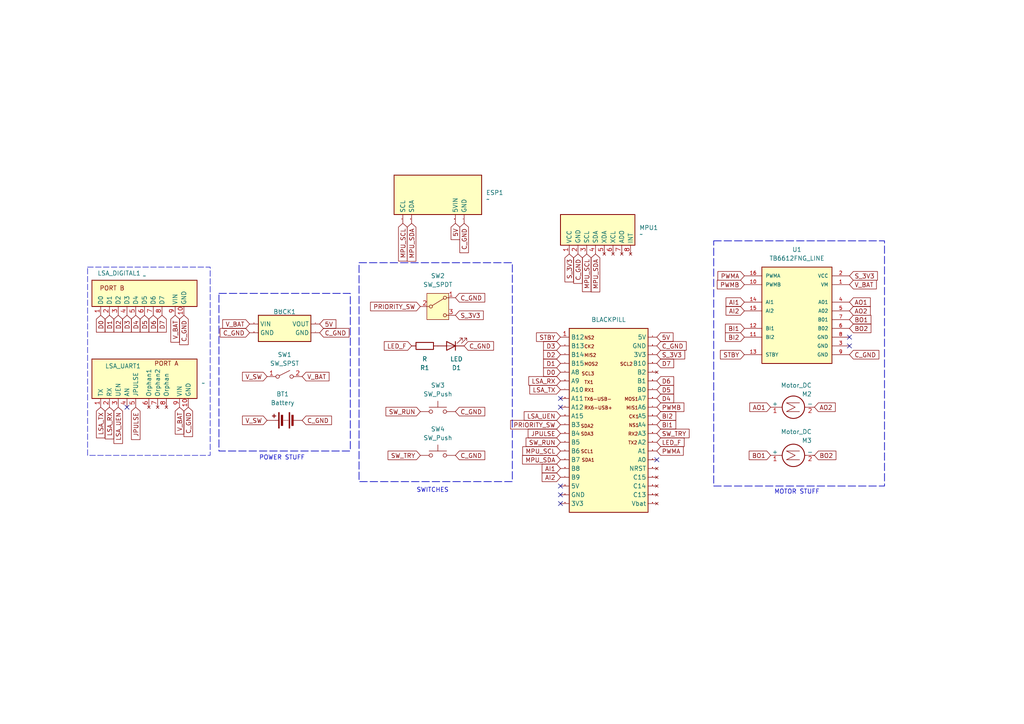
<source format=kicad_sch>
(kicad_sch
	(version 20250114)
	(generator "eeschema")
	(generator_version "9.0")
	(uuid "c13c4e87-a023-4a7d-8b82-fe1a380f0003")
	(paper "A4")
	(lib_symbols
		(symbol "Device:Battery"
			(pin_numbers
				(hide yes)
			)
			(pin_names
				(offset 0)
				(hide yes)
			)
			(exclude_from_sim no)
			(in_bom yes)
			(on_board yes)
			(property "Reference" "BT"
				(at 2.54 2.54 0)
				(effects
					(font
						(size 1.27 1.27)
					)
					(justify left)
				)
			)
			(property "Value" "Battery"
				(at 2.54 0 0)
				(effects
					(font
						(size 1.27 1.27)
					)
					(justify left)
				)
			)
			(property "Footprint" ""
				(at 0 1.524 90)
				(effects
					(font
						(size 1.27 1.27)
					)
					(hide yes)
				)
			)
			(property "Datasheet" "~"
				(at 0 1.524 90)
				(effects
					(font
						(size 1.27 1.27)
					)
					(hide yes)
				)
			)
			(property "Description" "Multiple-cell battery"
				(at 0 0 0)
				(effects
					(font
						(size 1.27 1.27)
					)
					(hide yes)
				)
			)
			(property "ki_keywords" "batt voltage-source cell"
				(at 0 0 0)
				(effects
					(font
						(size 1.27 1.27)
					)
					(hide yes)
				)
			)
			(symbol "Battery_0_1"
				(rectangle
					(start -2.286 1.778)
					(end 2.286 1.524)
					(stroke
						(width 0)
						(type default)
					)
					(fill
						(type outline)
					)
				)
				(rectangle
					(start -2.286 -1.27)
					(end 2.286 -1.524)
					(stroke
						(width 0)
						(type default)
					)
					(fill
						(type outline)
					)
				)
				(rectangle
					(start -1.524 1.016)
					(end 1.524 0.508)
					(stroke
						(width 0)
						(type default)
					)
					(fill
						(type outline)
					)
				)
				(rectangle
					(start -1.524 -2.032)
					(end 1.524 -2.54)
					(stroke
						(width 0)
						(type default)
					)
					(fill
						(type outline)
					)
				)
				(polyline
					(pts
						(xy 0 1.778) (xy 0 2.54)
					)
					(stroke
						(width 0)
						(type default)
					)
					(fill
						(type none)
					)
				)
				(polyline
					(pts
						(xy 0 0) (xy 0 0.254)
					)
					(stroke
						(width 0)
						(type default)
					)
					(fill
						(type none)
					)
				)
				(polyline
					(pts
						(xy 0 -0.508) (xy 0 -0.254)
					)
					(stroke
						(width 0)
						(type default)
					)
					(fill
						(type none)
					)
				)
				(polyline
					(pts
						(xy 0 -1.016) (xy 0 -0.762)
					)
					(stroke
						(width 0)
						(type default)
					)
					(fill
						(type none)
					)
				)
				(polyline
					(pts
						(xy 0.762 3.048) (xy 1.778 3.048)
					)
					(stroke
						(width 0.254)
						(type default)
					)
					(fill
						(type none)
					)
				)
				(polyline
					(pts
						(xy 1.27 3.556) (xy 1.27 2.54)
					)
					(stroke
						(width 0.254)
						(type default)
					)
					(fill
						(type none)
					)
				)
			)
			(symbol "Battery_1_1"
				(pin passive line
					(at 0 5.08 270)
					(length 2.54)
					(name "+"
						(effects
							(font
								(size 1.27 1.27)
							)
						)
					)
					(number "1"
						(effects
							(font
								(size 1.27 1.27)
							)
						)
					)
				)
				(pin passive line
					(at 0 -5.08 90)
					(length 2.54)
					(name "-"
						(effects
							(font
								(size 1.27 1.27)
							)
						)
					)
					(number "2"
						(effects
							(font
								(size 1.27 1.27)
							)
						)
					)
				)
			)
			(embedded_fonts no)
		)
		(symbol "Device:LED"
			(pin_numbers
				(hide yes)
			)
			(pin_names
				(offset 1.016)
				(hide yes)
			)
			(exclude_from_sim no)
			(in_bom yes)
			(on_board yes)
			(property "Reference" "D"
				(at 0 2.54 0)
				(effects
					(font
						(size 1.27 1.27)
					)
				)
			)
			(property "Value" "LED"
				(at 0 -2.54 0)
				(effects
					(font
						(size 1.27 1.27)
					)
				)
			)
			(property "Footprint" ""
				(at 0 0 0)
				(effects
					(font
						(size 1.27 1.27)
					)
					(hide yes)
				)
			)
			(property "Datasheet" "~"
				(at 0 0 0)
				(effects
					(font
						(size 1.27 1.27)
					)
					(hide yes)
				)
			)
			(property "Description" "Light emitting diode"
				(at 0 0 0)
				(effects
					(font
						(size 1.27 1.27)
					)
					(hide yes)
				)
			)
			(property "Sim.Pins" "1=K 2=A"
				(at 0 0 0)
				(effects
					(font
						(size 1.27 1.27)
					)
					(hide yes)
				)
			)
			(property "ki_keywords" "LED diode"
				(at 0 0 0)
				(effects
					(font
						(size 1.27 1.27)
					)
					(hide yes)
				)
			)
			(property "ki_fp_filters" "LED* LED_SMD:* LED_THT:*"
				(at 0 0 0)
				(effects
					(font
						(size 1.27 1.27)
					)
					(hide yes)
				)
			)
			(symbol "LED_0_1"
				(polyline
					(pts
						(xy -3.048 -0.762) (xy -4.572 -2.286) (xy -3.81 -2.286) (xy -4.572 -2.286) (xy -4.572 -1.524)
					)
					(stroke
						(width 0)
						(type default)
					)
					(fill
						(type none)
					)
				)
				(polyline
					(pts
						(xy -1.778 -0.762) (xy -3.302 -2.286) (xy -2.54 -2.286) (xy -3.302 -2.286) (xy -3.302 -1.524)
					)
					(stroke
						(width 0)
						(type default)
					)
					(fill
						(type none)
					)
				)
				(polyline
					(pts
						(xy -1.27 0) (xy 1.27 0)
					)
					(stroke
						(width 0)
						(type default)
					)
					(fill
						(type none)
					)
				)
				(polyline
					(pts
						(xy -1.27 -1.27) (xy -1.27 1.27)
					)
					(stroke
						(width 0.254)
						(type default)
					)
					(fill
						(type none)
					)
				)
				(polyline
					(pts
						(xy 1.27 -1.27) (xy 1.27 1.27) (xy -1.27 0) (xy 1.27 -1.27)
					)
					(stroke
						(width 0.254)
						(type default)
					)
					(fill
						(type none)
					)
				)
			)
			(symbol "LED_1_1"
				(pin passive line
					(at -3.81 0 0)
					(length 2.54)
					(name "K"
						(effects
							(font
								(size 1.27 1.27)
							)
						)
					)
					(number "1"
						(effects
							(font
								(size 1.27 1.27)
							)
						)
					)
				)
				(pin passive line
					(at 3.81 0 180)
					(length 2.54)
					(name "A"
						(effects
							(font
								(size 1.27 1.27)
							)
						)
					)
					(number "2"
						(effects
							(font
								(size 1.27 1.27)
							)
						)
					)
				)
			)
			(embedded_fonts no)
		)
		(symbol "Device:R"
			(pin_numbers
				(hide yes)
			)
			(pin_names
				(offset 0)
			)
			(exclude_from_sim no)
			(in_bom yes)
			(on_board yes)
			(property "Reference" "R"
				(at 2.032 0 90)
				(effects
					(font
						(size 1.27 1.27)
					)
				)
			)
			(property "Value" "R"
				(at 0 0 90)
				(effects
					(font
						(size 1.27 1.27)
					)
				)
			)
			(property "Footprint" ""
				(at -1.778 0 90)
				(effects
					(font
						(size 1.27 1.27)
					)
					(hide yes)
				)
			)
			(property "Datasheet" "~"
				(at 0 0 0)
				(effects
					(font
						(size 1.27 1.27)
					)
					(hide yes)
				)
			)
			(property "Description" "Resistor"
				(at 0 0 0)
				(effects
					(font
						(size 1.27 1.27)
					)
					(hide yes)
				)
			)
			(property "ki_keywords" "R res resistor"
				(at 0 0 0)
				(effects
					(font
						(size 1.27 1.27)
					)
					(hide yes)
				)
			)
			(property "ki_fp_filters" "R_*"
				(at 0 0 0)
				(effects
					(font
						(size 1.27 1.27)
					)
					(hide yes)
				)
			)
			(symbol "R_0_1"
				(rectangle
					(start -1.016 -2.54)
					(end 1.016 2.54)
					(stroke
						(width 0.254)
						(type default)
					)
					(fill
						(type none)
					)
				)
			)
			(symbol "R_1_1"
				(pin passive line
					(at 0 3.81 270)
					(length 1.27)
					(name "~"
						(effects
							(font
								(size 1.27 1.27)
							)
						)
					)
					(number "1"
						(effects
							(font
								(size 1.27 1.27)
							)
						)
					)
				)
				(pin passive line
					(at 0 -3.81 90)
					(length 1.27)
					(name "~"
						(effects
							(font
								(size 1.27 1.27)
							)
						)
					)
					(number "2"
						(effects
							(font
								(size 1.27 1.27)
							)
						)
					)
				)
			)
			(embedded_fonts no)
		)
		(symbol "LINE_F_SYM_LIB:4pin_line"
			(exclude_from_sim no)
			(in_bom yes)
			(on_board yes)
			(property "Reference" "ESP"
				(at 20.32 8.8901 0)
				(effects
					(font
						(size 1.27 1.27)
					)
					(justify left)
				)
			)
			(property "Value" "~"
				(at 20.32 6.985 0)
				(effects
					(font
						(size 1.27 1.27)
					)
					(justify left)
				)
			)
			(property "Footprint" "LINE_F_FOOT_LIB:4pin"
				(at 0 0 0)
				(effects
					(font
						(size 1.27 1.27)
					)
					(hide yes)
				)
			)
			(property "Datasheet" ""
				(at 0 0 0)
				(effects
					(font
						(size 1.27 1.27)
					)
					(hide yes)
				)
			)
			(property "Description" ""
				(at 0 0 0)
				(effects
					(font
						(size 1.27 1.27)
					)
					(hide yes)
				)
			)
			(symbol "4pin_line_1_0"
				(rectangle
					(start -6.35 2.54)
					(end 19.05 13.97)
					(stroke
						(width 0.254)
						(type solid)
					)
					(fill
						(type background)
					)
				)
				(pin bidirectional line
					(at -3.81 0 90)
					(length 2.54)
					(name "SCL"
						(effects
							(font
								(size 1.27 1.27)
							)
						)
					)
					(number "1"
						(effects
							(font
								(size 0.0254 0.0254)
							)
						)
					)
				)
				(pin bidirectional line
					(at -1.27 0 90)
					(length 2.54)
					(name "SDA"
						(effects
							(font
								(size 1.27 1.27)
							)
						)
					)
					(number "2"
						(effects
							(font
								(size 0.0254 0.0254)
							)
						)
					)
				)
				(pin power_in line
					(at 11.43 0 90)
					(length 2.54)
					(name "5VIN"
						(effects
							(font
								(size 1.27 1.27)
							)
						)
					)
					(number "3"
						(effects
							(font
								(size 0.0254 0.0254)
							)
						)
					)
				)
				(pin power_in line
					(at 13.97 0 90)
					(length 2.54)
					(name "GND"
						(effects
							(font
								(size 1.27 1.27)
							)
						)
					)
					(number "4"
						(effects
							(font
								(size 0.0254 0.0254)
							)
						)
					)
				)
			)
			(embedded_fonts no)
		)
		(symbol "LINE_F_SYM_LIB:BUCK_LINE"
			(exclude_from_sim no)
			(in_bom yes)
			(on_board yes)
			(property "Reference" "BUCK"
				(at 7.112 13.97 0)
				(effects
					(font
						(size 1.27 1.27)
					)
				)
			)
			(property "Value" ""
				(at 0 0 0)
				(effects
					(font
						(size 1.27 1.27)
					)
				)
			)
			(property "Footprint" ""
				(at 0 0 0)
				(effects
					(font
						(size 1.27 1.27)
					)
					(hide yes)
				)
			)
			(property "Datasheet" ""
				(at 0 0 0)
				(effects
					(font
						(size 1.27 1.27)
					)
					(hide yes)
				)
			)
			(property "Description" ""
				(at 0 0 0)
				(effects
					(font
						(size 1.27 1.27)
					)
					(hide yes)
				)
			)
			(symbol "BUCK_LINE_1_0"
				(rectangle
					(start 0 12.7)
					(end 15.24 5.08)
					(stroke
						(width 0.254)
						(type solid)
					)
					(fill
						(type background)
					)
				)
				(pin power_in line
					(at -2.54 10.16 0)
					(length 2.54)
					(name "VIN"
						(effects
							(font
								(size 1.27 1.27)
							)
						)
					)
					(number "1"
						(effects
							(font
								(size 0.0254 0.0254)
							)
						)
					)
				)
				(pin power_in line
					(at -2.54 7.62 0)
					(length 2.54)
					(name "GND"
						(effects
							(font
								(size 1.27 1.27)
							)
						)
					)
					(number "3"
						(effects
							(font
								(size 0.0254 0.0254)
							)
						)
					)
				)
				(pin power_out line
					(at 17.78 10.16 180)
					(length 2.54)
					(name "VOUT"
						(effects
							(font
								(size 1.27 1.27)
							)
						)
					)
					(number "2"
						(effects
							(font
								(size 0.0254 0.0254)
							)
						)
					)
				)
				(pin power_in line
					(at 17.78 7.62 180)
					(length 2.54)
					(name "GND"
						(effects
							(font
								(size 1.27 1.27)
							)
						)
					)
					(number "4"
						(effects
							(font
								(size 0.0254 0.0254)
							)
						)
					)
				)
			)
			(embedded_fonts no)
		)
		(symbol "LINE_F_SYM_LIB:FINAL_BLACKPILL_LINE"
			(exclude_from_sim no)
			(in_bom yes)
			(on_board yes)
			(property "Reference" "m"
				(at -6.604 34.036 0)
				(effects
					(font
						(size 1.27 1.27)
					)
					(hide yes)
				)
			)
			(property "Value" "BLACKPILL"
				(at -5.842 30.734 0)
				(effects
					(font
						(size 1.27 1.27)
					)
				)
			)
			(property "Footprint" ""
				(at -6.096 1.016 0)
				(effects
					(font
						(size 1.27 1.27)
					)
					(hide yes)
				)
			)
			(property "Datasheet" "https://github.com/WeActTC/MiniSTM32F4x1"
				(at -6.096 1.016 0)
				(effects
					(font
						(size 1.27 1.27)
					)
					(hide yes)
				)
			)
			(property "Description" ""
				(at -6.096 1.016 0)
				(effects
					(font
						(size 1.27 1.27)
					)
					(hide yes)
				)
			)
			(property "Manufacturer Part" "Black Pill V3"
				(at -6.096 1.016 0)
				(effects
					(font
						(size 1.27 1.27)
					)
					(hide yes)
				)
			)
			(property "Manufacturer" "WeAct Studio"
				(at -6.096 1.016 0)
				(effects
					(font
						(size 1.27 1.27)
					)
					(hide yes)
				)
			)
			(property "Supplier Part" "4877"
				(at -6.096 1.016 0)
				(effects
					(font
						(size 1.27 1.27)
					)
					(hide yes)
				)
			)
			(property "Supplier" "Adafruit"
				(at -6.096 1.016 0)
				(effects
					(font
						(size 1.27 1.27)
					)
					(hide yes)
				)
			)
			(symbol "FINAL_BLACKPILL_LINE_0_0"
				(text "SDA2"
					(at -14.478 1.4732 0)
					(effects
						(font
							(face "KiCad Font")
							(size 0.9652 0.9652)
						)
						(justify left top)
					)
				)
				(text "SDA3"
					(at -14.478 -0.8128 0)
					(effects
						(font
							(face "KiCad Font")
							(size 0.9652 0.9652)
						)
						(justify left top)
					)
				)
				(text "SCL1"
					(at -14.478 -5.8928 0)
					(effects
						(font
							(face "KiCad Font")
							(size 0.9652 0.9652)
						)
						(justify left top)
					)
				)
				(text "SCL3"
					(at -14.2494 16.6624 0)
					(effects
						(font
							(face "KiCad Font")
							(size 0.9652 0.9652)
						)
						(justify left top)
					)
				)
				(text "SDA1"
					(at -14.224 -8.382 0)
					(effects
						(font
							(face "KiCad Font")
							(size 0.9652 0.9652)
						)
						(justify left top)
					)
				)
				(text "NS2"
					(at -13.4874 27.0764 0)
					(effects
						(font
							(face "KiCad Font")
							(size 0.9652 0.9652)
						)
						(justify left top)
					)
				)
				(text "CK2"
					(at -13.4874 24.5364 0)
					(effects
						(font
							(face "KiCad Font")
							(size 0.9652 0.9652)
						)
						(justify left top)
					)
				)
				(text "MIS2"
					(at -13.4874 21.9964 0)
					(effects
						(font
							(face "KiCad Font")
							(size 0.9652 0.9652)
						)
						(justify left top)
					)
				)
				(text "MOS2"
					(at -13.4874 19.4564 0)
					(effects
						(font
							(face "KiCad Font")
							(size 0.9652 0.9652)
						)
						(justify left top)
					)
				)
				(text "TX6-USB-"
					(at -13.4874 9.2964 0)
					(effects
						(font
							(face "KiCad Font")
							(size 0.9652 0.9652)
						)
						(justify left top)
					)
				)
				(text "RX6-USB+"
					(at -13.4874 6.7564 0)
					(effects
						(font
							(face "KiCad Font")
							(size 0.9652 0.9652)
						)
						(justify left top)
					)
				)
				(text "TX1"
					(at -13.462 14.1732 0)
					(effects
						(font
							(face "KiCad Font")
							(size 0.9652 0.9652)
						)
						(justify left top)
					)
				)
				(text "RX1"
					(at -13.462 11.8872 0)
					(effects
						(font
							(face "KiCad Font")
							(size 0.9652 0.9652)
						)
						(justify left top)
					)
				)
				(text "SCL2"
					(at -3.0988 19.4564 0)
					(effects
						(font
							(face "KiCad Font")
							(size 0.9652 0.9652)
						)
						(justify left top)
					)
				)
				(text "MOS1"
					(at -1.8288 9.2964 0)
					(effects
						(font
							(face "KiCad Font")
							(size 0.9652 0.9652)
						)
						(justify left top)
					)
				)
				(text "MIS1"
					(at -1.3208 6.7564 0)
					(effects
						(font
							(face "KiCad Font")
							(size 0.9652 0.9652)
						)
						(justify left top)
					)
				)
				(text "RX2"
					(at -0.762 -0.8128 0)
					(effects
						(font
							(face "KiCad Font")
							(size 0.9652 0.9652)
						)
						(justify left top)
					)
				)
				(text "TX2"
					(at -0.762 -3.3528 0)
					(effects
						(font
							(face "KiCad Font")
							(size 0.9652 0.9652)
						)
						(justify left top)
					)
				)
				(text "CK1"
					(at -0.5588 4.2164 0)
					(effects
						(font
							(face "KiCad Font")
							(size 0.9652 0.9652)
						)
						(justify left top)
					)
				)
				(text "NS1"
					(at -0.5588 1.7018 0)
					(effects
						(font
							(face "KiCad Font")
							(size 0.9652 0.9652)
						)
						(justify left top)
					)
				)
				(pin bidirectional line
					(at -20.32 24.13 0)
					(length 2.54)
					(name "B13"
						(effects
							(font
								(size 1.27 1.27)
							)
						)
					)
					(number "2"
						(effects
							(font
								(size 0.0254 0.0254)
							)
						)
					)
				)
				(pin bidirectional line
					(at -20.32 21.59 0)
					(length 2.54)
					(name "B14"
						(effects
							(font
								(size 1.27 1.27)
							)
						)
					)
					(number "3"
						(effects
							(font
								(size 0.0254 0.0254)
							)
						)
					)
				)
				(pin bidirectional line
					(at -20.32 19.05 0)
					(length 2.54)
					(name "B15"
						(effects
							(font
								(size 1.27 1.27)
							)
						)
					)
					(number "4"
						(effects
							(font
								(size 0.0254 0.0254)
							)
						)
					)
				)
				(pin bidirectional line
					(at -20.32 16.51 0)
					(length 2.54)
					(name "A8"
						(effects
							(font
								(size 1.27 1.27)
							)
						)
					)
					(number "5"
						(effects
							(font
								(size 0.0254 0.0254)
							)
						)
					)
				)
				(pin bidirectional line
					(at -20.32 13.97 0)
					(length 2.54)
					(name "A9"
						(effects
							(font
								(size 1.27 1.27)
							)
						)
					)
					(number "6"
						(effects
							(font
								(size 0.0254 0.0254)
							)
						)
					)
				)
				(pin bidirectional line
					(at -20.32 11.43 0)
					(length 2.54)
					(name "A10"
						(effects
							(font
								(size 1.27 1.27)
							)
						)
					)
					(number "7"
						(effects
							(font
								(size 0.0254 0.0254)
							)
						)
					)
				)
				(pin bidirectional line
					(at -20.32 8.89 0)
					(length 2.54)
					(name "A11"
						(effects
							(font
								(size 1.27 1.27)
							)
						)
					)
					(number "8"
						(effects
							(font
								(size 0.0254 0.0254)
							)
						)
					)
				)
				(pin bidirectional line
					(at -20.32 6.35 0)
					(length 2.54)
					(name "A12"
						(effects
							(font
								(size 1.27 1.27)
							)
						)
					)
					(number "9"
						(effects
							(font
								(size 0.0254 0.0254)
							)
						)
					)
				)
				(pin bidirectional line
					(at -20.32 3.81 0)
					(length 2.54)
					(name "A15"
						(effects
							(font
								(size 1.27 1.27)
							)
						)
					)
					(number "10"
						(effects
							(font
								(size 0.0254 0.0254)
							)
						)
					)
				)
				(pin bidirectional line
					(at -20.32 1.27 0)
					(length 2.54)
					(name "B3"
						(effects
							(font
								(size 1.27 1.27)
							)
						)
					)
					(number "11"
						(effects
							(font
								(size 0.0254 0.0254)
							)
						)
					)
				)
				(pin bidirectional line
					(at -20.32 -1.27 0)
					(length 2.54)
					(name "B4"
						(effects
							(font
								(size 1.27 1.27)
							)
						)
					)
					(number "12"
						(effects
							(font
								(size 0.0254 0.0254)
							)
						)
					)
				)
				(pin bidirectional line
					(at -20.32 -6.35 0)
					(length 2.54)
					(name "B6"
						(effects
							(font
								(size 1.27 1.27)
							)
						)
					)
					(number "14"
						(effects
							(font
								(size 0.0254 0.0254)
							)
						)
					)
				)
				(pin bidirectional line
					(at -20.32 -8.89 0)
					(length 2.54)
					(name "B7"
						(effects
							(font
								(size 1.27 1.27)
							)
						)
					)
					(number "15"
						(effects
							(font
								(size 0.0254 0.0254)
							)
						)
					)
				)
				(pin bidirectional line
					(at -20.32 -11.43 0)
					(length 2.54)
					(name "B8"
						(effects
							(font
								(size 1.27 1.27)
							)
						)
					)
					(number "16"
						(effects
							(font
								(size 0.0254 0.0254)
							)
						)
					)
				)
				(pin bidirectional line
					(at -20.32 -13.97 0)
					(length 2.54)
					(name "B9"
						(effects
							(font
								(size 1.27 1.27)
							)
						)
					)
					(number "17"
						(effects
							(font
								(size 0.0254 0.0254)
							)
						)
					)
				)
				(pin bidirectional line
					(at 7.62 19.05 180)
					(length 2.54)
					(name "B10"
						(effects
							(font
								(size 1.27 1.27)
							)
						)
					)
					(number "24"
						(effects
							(font
								(size 0.0254 0.0254)
							)
						)
					)
				)
				(pin no_connect line
					(at 7.62 16.51 180)
					(length 2.54)
					(name "B2"
						(effects
							(font
								(size 1.27 1.27)
							)
						)
					)
					(number "25"
						(effects
							(font
								(size 0.0254 0.0254)
							)
						)
					)
				)
				(pin bidirectional line
					(at 7.62 13.97 180)
					(length 2.54)
					(name "B1"
						(effects
							(font
								(size 1.27 1.27)
							)
						)
					)
					(number "26"
						(effects
							(font
								(size 0.0254 0.0254)
							)
						)
					)
				)
				(pin bidirectional line
					(at 7.62 11.43 180)
					(length 2.54)
					(name "B0"
						(effects
							(font
								(size 1.27 1.27)
							)
						)
					)
					(number "27"
						(effects
							(font
								(size 0.0254 0.0254)
							)
						)
					)
				)
				(pin bidirectional line
					(at 7.62 8.89 180)
					(length 2.54)
					(name "A7"
						(effects
							(font
								(size 1.27 1.27)
							)
						)
					)
					(number "28"
						(effects
							(font
								(size 0.0254 0.0254)
							)
						)
					)
				)
				(pin bidirectional line
					(at 7.62 6.35 180)
					(length 2.54)
					(name "A6"
						(effects
							(font
								(size 1.27 1.27)
							)
						)
					)
					(number "29"
						(effects
							(font
								(size 0.0254 0.0254)
							)
						)
					)
				)
				(pin bidirectional line
					(at 7.62 3.81 180)
					(length 2.54)
					(name "A5"
						(effects
							(font
								(size 1.27 1.27)
							)
						)
					)
					(number "30"
						(effects
							(font
								(size 0.0254 0.0254)
							)
						)
					)
				)
				(pin bidirectional line
					(at 7.62 1.27 180)
					(length 2.54)
					(name "A4"
						(effects
							(font
								(size 1.27 1.27)
							)
						)
					)
					(number "31"
						(effects
							(font
								(size 0.0254 0.0254)
							)
						)
					)
				)
				(pin bidirectional line
					(at 7.62 -1.27 180)
					(length 2.54)
					(name "A3"
						(effects
							(font
								(size 1.27 1.27)
							)
						)
					)
					(number "32"
						(effects
							(font
								(size 0.0254 0.0254)
							)
						)
					)
				)
				(pin bidirectional line
					(at 7.62 -3.81 180)
					(length 2.54)
					(name "A2"
						(effects
							(font
								(size 1.27 1.27)
							)
						)
					)
					(number "33"
						(effects
							(font
								(size 0.0254 0.0254)
							)
						)
					)
				)
				(pin bidirectional line
					(at 7.62 -6.35 180)
					(length 2.54)
					(name "A1"
						(effects
							(font
								(size 1.27 1.27)
							)
						)
					)
					(number "34"
						(effects
							(font
								(size 0.0254 0.0254)
							)
						)
					)
				)
				(pin no_connect line
					(at 7.62 -13.97 180)
					(length 2.54)
					(name "C15"
						(effects
							(font
								(size 1.27 1.27)
							)
						)
					)
					(number "37"
						(effects
							(font
								(size 0.0254 0.0254)
							)
						)
					)
				)
				(pin no_connect line
					(at 7.62 -16.51 180)
					(length 2.54)
					(name "C14"
						(effects
							(font
								(size 1.27 1.27)
							)
						)
					)
					(number "38"
						(effects
							(font
								(size 0.0254 0.0254)
							)
						)
					)
				)
				(pin no_connect line
					(at 7.62 -19.05 180)
					(length 2.54)
					(name "C13"
						(effects
							(font
								(size 1.27 1.27)
							)
						)
					)
					(number "39"
						(effects
							(font
								(size 0.0254 0.0254)
							)
						)
					)
				)
			)
			(symbol "FINAL_BLACKPILL_LINE_1_0"
				(rectangle
					(start -17.78 29.21)
					(end 5.08 -24.13)
					(stroke
						(width 0.254)
						(type solid)
					)
					(fill
						(type background)
					)
				)
				(pin bidirectional line
					(at -20.32 26.67 0)
					(length 2.54)
					(name "B12"
						(effects
							(font
								(size 1.27 1.27)
							)
						)
					)
					(number "1"
						(effects
							(font
								(size 1.27 1.27)
							)
						)
					)
				)
				(pin bidirectional line
					(at -20.32 -3.81 0)
					(length 2.54)
					(name "B5"
						(effects
							(font
								(size 1.27 1.27)
							)
						)
					)
					(number "13"
						(effects
							(font
								(size 0.0254 0.0254)
							)
						)
					)
				)
				(pin power_in line
					(at -20.32 -16.51 0)
					(length 2.54)
					(name "5V"
						(effects
							(font
								(size 1.27 1.27)
							)
						)
					)
					(number "18"
						(effects
							(font
								(size 0.0254 0.0254)
							)
						)
					)
				)
				(pin power_in line
					(at -20.32 -19.05 0)
					(length 2.54)
					(name "GND"
						(effects
							(font
								(size 1.27 1.27)
							)
						)
					)
					(number "19"
						(effects
							(font
								(size 0.0254 0.0254)
							)
						)
					)
				)
				(pin power_in line
					(at -20.32 -21.59 0)
					(length 2.54)
					(name "3V3"
						(effects
							(font
								(size 1.27 1.27)
							)
						)
					)
					(number "20"
						(effects
							(font
								(size 0.0254 0.0254)
							)
						)
					)
				)
				(pin power_in line
					(at 7.62 26.67 180)
					(length 2.54)
					(name "5V"
						(effects
							(font
								(size 1.27 1.27)
							)
						)
					)
					(number "21"
						(effects
							(font
								(size 0.0254 0.0254)
							)
						)
					)
				)
				(pin power_in line
					(at 7.62 24.13 180)
					(length 2.54)
					(name "GND"
						(effects
							(font
								(size 1.27 1.27)
							)
						)
					)
					(number "22"
						(effects
							(font
								(size 0.0254 0.0254)
							)
						)
					)
				)
				(pin power_in line
					(at 7.62 21.59 180)
					(length 2.54)
					(name "3V3"
						(effects
							(font
								(size 1.27 1.27)
							)
						)
					)
					(number "23"
						(effects
							(font
								(size 0.0254 0.0254)
							)
						)
					)
				)
				(pin bidirectional line
					(at 7.62 -8.89 180)
					(length 2.54)
					(name "A0"
						(effects
							(font
								(size 1.27 1.27)
							)
						)
					)
					(number "35"
						(effects
							(font
								(size 0.0254 0.0254)
							)
						)
					)
				)
				(pin no_connect line
					(at 7.62 -11.43 180)
					(length 2.54)
					(name "NRST"
						(effects
							(font
								(size 1.27 1.27)
							)
						)
					)
					(number "36"
						(effects
							(font
								(size 0.0254 0.0254)
							)
						)
					)
				)
				(pin no_connect line
					(at 7.62 -21.59 180)
					(length 2.54)
					(name "Vbat"
						(effects
							(font
								(size 1.27 1.27)
							)
						)
					)
					(number "40"
						(effects
							(font
								(size 0.0254 0.0254)
							)
						)
					)
				)
			)
			(embedded_fonts no)
		)
		(symbol "LINE_F_SYM_LIB:LSA_DIGITAL"
			(exclude_from_sim no)
			(in_bom yes)
			(on_board yes)
			(property "Reference" "LSA_DIGITAL"
				(at 4.572 8.636 0)
				(effects
					(font
						(size 1.27 1.27)
					)
				)
			)
			(property "Value" ""
				(at 0 0 0)
				(effects
					(font
						(size 1.27 1.27)
					)
				)
			)
			(property "Footprint" ""
				(at 0 0 0)
				(effects
					(font
						(size 1.27 1.27)
					)
					(hide yes)
				)
			)
			(property "Datasheet" ""
				(at 0 0 0)
				(effects
					(font
						(size 1.27 1.27)
					)
					(hide yes)
				)
			)
			(property "Description" ""
				(at 0 0 0)
				(effects
					(font
						(size 1.27 1.27)
					)
					(hide yes)
				)
			)
			(symbol "LSA_DIGITAL_1_0"
				(rectangle
					(start -2.54 7.62)
					(end 27.94 0)
					(stroke
						(width 0.254)
						(type solid)
					)
					(fill
						(type background)
					)
				)
			)
			(symbol "LSA_DIGITAL_1_1"
				(text "PORT B\n"
					(at 3.302 5.334 0)
					(effects
						(font
							(size 1.27 1.27)
						)
					)
				)
				(pin bidirectional line
					(at 0 -2.54 90)
					(length 2.54)
					(name "D0"
						(effects
							(font
								(size 1.27 1.27)
							)
						)
					)
					(number "1"
						(effects
							(font
								(size 1.27 1.27)
							)
						)
					)
				)
				(pin bidirectional line
					(at 2.54 -2.54 90)
					(length 2.54)
					(name "D1"
						(effects
							(font
								(size 1.27 1.27)
							)
						)
					)
					(number "2"
						(effects
							(font
								(size 1.27 1.27)
							)
						)
					)
				)
				(pin bidirectional line
					(at 5.08 -2.54 90)
					(length 2.54)
					(name "D2"
						(effects
							(font
								(size 1.27 1.27)
							)
						)
					)
					(number "3"
						(effects
							(font
								(size 1.27 1.27)
							)
						)
					)
				)
				(pin bidirectional line
					(at 7.62 -2.54 90)
					(length 2.54)
					(name "D3"
						(effects
							(font
								(size 1.27 1.27)
							)
						)
					)
					(number "4"
						(effects
							(font
								(size 1.27 1.27)
							)
						)
					)
				)
				(pin bidirectional line
					(at 10.16 -2.54 90)
					(length 2.54)
					(name "D4"
						(effects
							(font
								(size 1.27 1.27)
							)
						)
					)
					(number "5"
						(effects
							(font
								(size 1.27 1.27)
							)
						)
					)
				)
				(pin bidirectional line
					(at 12.7 -2.54 90)
					(length 2.54)
					(name "D5"
						(effects
							(font
								(size 1.27 1.27)
							)
						)
					)
					(number "6"
						(effects
							(font
								(size 1.27 1.27)
							)
						)
					)
				)
				(pin bidirectional line
					(at 15.24 -2.54 90)
					(length 2.54)
					(name "D6"
						(effects
							(font
								(size 1.27 1.27)
							)
						)
					)
					(number "7"
						(effects
							(font
								(size 1.27 1.27)
							)
						)
					)
				)
				(pin bidirectional line
					(at 17.78 -2.54 90)
					(length 2.54)
					(name "D7"
						(effects
							(font
								(size 1.27 1.27)
							)
						)
					)
					(number "8"
						(effects
							(font
								(size 1.27 1.27)
							)
						)
					)
				)
				(pin bidirectional line
					(at 21.59 -2.54 90)
					(length 2.54)
					(name "VIN"
						(effects
							(font
								(size 1.27 1.27)
							)
						)
					)
					(number "9"
						(effects
							(font
								(size 1.27 1.27)
							)
						)
					)
				)
				(pin bidirectional line
					(at 24.13 -2.54 90)
					(length 2.54)
					(name "GND"
						(effects
							(font
								(size 1.27 1.27)
							)
						)
					)
					(number "10"
						(effects
							(font
								(size 1.27 1.27)
							)
						)
					)
				)
			)
			(embedded_fonts no)
		)
		(symbol "LINE_F_SYM_LIB:LSA_UART"
			(exclude_from_sim no)
			(in_bom yes)
			(on_board yes)
			(property "Reference" "LSA_UART"
				(at 0.508 8.89 0)
				(effects
					(font
						(size 1.27 1.27)
					)
				)
			)
			(property "Value" ""
				(at 0 0 0)
				(effects
					(font
						(size 1.27 1.27)
					)
				)
			)
			(property "Footprint" ""
				(at 0 0 0)
				(effects
					(font
						(size 1.27 1.27)
					)
					(hide yes)
				)
			)
			(property "Datasheet" ""
				(at 0 0 0)
				(effects
					(font
						(size 1.27 1.27)
					)
					(hide yes)
				)
			)
			(property "Description" ""
				(at 0 0 0)
				(effects
					(font
						(size 1.27 1.27)
					)
					(hide yes)
				)
			)
			(symbol "LSA_UART_1_0"
				(rectangle
					(start -8.89 10.16)
					(end 21.59 -1.27)
					(stroke
						(width 0.254)
						(type solid)
					)
					(fill
						(type background)
					)
				)
			)
			(symbol "LSA_UART_1_1"
				(text "PORT A\n"
					(at 12.7 8.89 0)
					(effects
						(font
							(size 1.27 1.27)
						)
					)
				)
				(pin bidirectional line
					(at -6.35 -3.81 90)
					(length 2.54)
					(name "TX"
						(effects
							(font
								(size 1.27 1.27)
							)
						)
					)
					(number "1"
						(effects
							(font
								(size 1.27 1.27)
							)
						)
					)
				)
				(pin bidirectional line
					(at -3.81 -3.81 90)
					(length 2.54)
					(name "RX"
						(effects
							(font
								(size 1.27 1.27)
							)
						)
					)
					(number "2"
						(effects
							(font
								(size 1.27 1.27)
							)
						)
					)
				)
				(pin bidirectional line
					(at -1.27 -3.81 90)
					(length 2.54)
					(name "UEN"
						(effects
							(font
								(size 1.27 1.27)
							)
						)
					)
					(number "3"
						(effects
							(font
								(size 1.27 1.27)
							)
						)
					)
				)
				(pin bidirectional line
					(at 1.27 -3.81 90)
					(length 2.54)
					(name "AN"
						(effects
							(font
								(size 1.27 1.27)
							)
						)
					)
					(number "4"
						(effects
							(font
								(size 1.27 1.27)
							)
						)
					)
				)
				(pin bidirectional line
					(at 3.81 -3.81 90)
					(length 2.54)
					(name "JPULSE"
						(effects
							(font
								(size 1.27 1.27)
							)
						)
					)
					(number "5"
						(effects
							(font
								(size 1.27 1.27)
							)
						)
					)
				)
				(pin no_connect line
					(at 7.62 -3.81 90)
					(length 2.54)
					(name "Orphan1"
						(effects
							(font
								(size 1.27 1.27)
							)
						)
					)
					(number "6"
						(effects
							(font
								(size 1.27 1.27)
							)
						)
					)
				)
				(pin no_connect line
					(at 10.16 -3.81 90)
					(length 2.54)
					(name "Orphan2"
						(effects
							(font
								(size 1.27 1.27)
							)
						)
					)
					(number "7"
						(effects
							(font
								(size 1.27 1.27)
							)
						)
					)
				)
				(pin no_connect line
					(at 12.7 -3.81 90)
					(length 2.54)
					(name "Orphan"
						(effects
							(font
								(size 1.27 1.27)
							)
						)
					)
					(number "8"
						(effects
							(font
								(size 1.27 1.27)
							)
						)
					)
				)
				(pin bidirectional line
					(at 16.51 -3.81 90)
					(length 2.54)
					(name "VIN"
						(effects
							(font
								(size 1.27 1.27)
							)
						)
					)
					(number "9"
						(effects
							(font
								(size 1.27 1.27)
							)
						)
					)
				)
				(pin bidirectional line
					(at 19.05 -3.81 90)
					(length 2.54)
					(name "GND"
						(effects
							(font
								(size 1.27 1.27)
							)
						)
					)
					(number "10"
						(effects
							(font
								(size 1.27 1.27)
							)
						)
					)
				)
			)
			(embedded_fonts no)
		)
		(symbol "LINE_F_SYM_LIB:MPU6050"
			(exclude_from_sim no)
			(in_bom yes)
			(on_board yes)
			(property "Reference" "MPU6050"
				(at 9.144 8.636 0)
				(effects
					(font
						(size 1.27 1.27)
					)
				)
			)
			(property "Value" ""
				(at 11.43 3.81 0)
				(effects
					(font
						(size 1.27 1.27)
					)
				)
			)
			(property "Footprint" ""
				(at 11.43 3.81 0)
				(effects
					(font
						(size 1.27 1.27)
					)
					(hide yes)
				)
			)
			(property "Datasheet" ""
				(at 11.43 3.81 0)
				(effects
					(font
						(size 1.27 1.27)
					)
					(hide yes)
				)
			)
			(property "Description" ""
				(at 11.43 3.81 0)
				(effects
					(font
						(size 1.27 1.27)
					)
					(hide yes)
				)
			)
			(symbol "MPU6050_1_0"
				(rectangle
					(start 5.08 7.62)
					(end 13.97 -13.97)
					(stroke
						(width 0.254)
						(type solid)
					)
					(fill
						(type background)
					)
				)
			)
			(symbol "MPU6050_1_1"
				(pin bidirectional line
					(at 2.54 5.08 0)
					(length 2.54)
					(name "VCC"
						(effects
							(font
								(size 1.27 1.27)
							)
						)
					)
					(number "1"
						(effects
							(font
								(size 1.27 1.27)
							)
						)
					)
				)
				(pin bidirectional line
					(at 2.54 2.54 0)
					(length 2.54)
					(name "GND"
						(effects
							(font
								(size 1.27 1.27)
							)
						)
					)
					(number "2"
						(effects
							(font
								(size 1.27 1.27)
							)
						)
					)
				)
				(pin bidirectional line
					(at 2.54 0 0)
					(length 2.54)
					(name "SCL"
						(effects
							(font
								(size 1.27 1.27)
							)
						)
					)
					(number "3"
						(effects
							(font
								(size 1.27 1.27)
							)
						)
					)
				)
				(pin bidirectional line
					(at 2.54 -2.54 0)
					(length 2.54)
					(name "SDA"
						(effects
							(font
								(size 1.27 1.27)
							)
						)
					)
					(number "4"
						(effects
							(font
								(size 1.27 1.27)
							)
						)
					)
				)
				(pin no_connect line
					(at 2.54 -5.08 0)
					(length 2.54)
					(name "XDA"
						(effects
							(font
								(size 1.27 1.27)
							)
						)
					)
					(number "5"
						(effects
							(font
								(size 1.27 1.27)
							)
						)
					)
				)
				(pin no_connect line
					(at 2.54 -7.62 0)
					(length 2.54)
					(name "XCL"
						(effects
							(font
								(size 1.27 1.27)
							)
						)
					)
					(number "6"
						(effects
							(font
								(size 1.27 1.27)
							)
						)
					)
				)
				(pin no_connect line
					(at 2.54 -10.16 0)
					(length 2.54)
					(name "ADO"
						(effects
							(font
								(size 1.27 1.27)
							)
						)
					)
					(number "7"
						(effects
							(font
								(size 1.27 1.27)
							)
						)
					)
				)
				(pin no_connect line
					(at 2.54 -12.7 0)
					(length 2.54)
					(name "INT"
						(effects
							(font
								(size 1.27 1.27)
							)
						)
					)
					(number "8"
						(effects
							(font
								(size 1.27 1.27)
							)
						)
					)
				)
			)
			(embedded_fonts no)
		)
		(symbol "LINE_F_SYM_LIB:TB6612FNG_LINE"
			(pin_names
				(offset 1.016)
			)
			(exclude_from_sim no)
			(in_bom yes)
			(on_board yes)
			(property "Reference" "U"
				(at -10.16 16.002 0)
				(effects
					(font
						(size 1.27 1.27)
					)
					(justify left bottom)
				)
			)
			(property "Value" "TB6612FNG"
				(at -5.08 -14.986 0)
				(effects
					(font
						(size 1.27 1.27)
					)
					(justify left bottom)
				)
			)
			(property "Footprint" "ROB-14450:MODULE_ROB-14450"
				(at 0 0 0)
				(effects
					(font
						(size 1.27 1.27)
					)
					(justify bottom)
					(hide yes)
				)
			)
			(property "Datasheet" ""
				(at 0 0 0)
				(effects
					(font
						(size 1.27 1.27)
					)
					(hide yes)
				)
			)
			(property "Description" ""
				(at 0 0 0)
				(effects
					(font
						(size 1.27 1.27)
					)
					(hide yes)
				)
			)
			(property "MF" "SparkFun Electronics"
				(at 0 0 0)
				(effects
					(font
						(size 1.27 1.27)
					)
					(justify bottom)
					(hide yes)
				)
			)
			(property "Description_1" "\n                        \n                            TB6612FNG - Motor Controller/Driver Power Management Evaluation Board\n                        \n"
				(at 0 0 0)
				(effects
					(font
						(size 1.27 1.27)
					)
					(justify bottom)
					(hide yes)
				)
			)
			(property "Package" "None"
				(at 0 0 0)
				(effects
					(font
						(size 1.27 1.27)
					)
					(justify bottom)
					(hide yes)
				)
			)
			(property "Price" "None"
				(at 0 0 0)
				(effects
					(font
						(size 1.27 1.27)
					)
					(justify bottom)
					(hide yes)
				)
			)
			(property "Check_prices" "https://www.snapeda.com/parts/ROB-14450/SparkFun/view-part/?ref=eda"
				(at 0 0 0)
				(effects
					(font
						(size 1.27 1.27)
					)
					(justify bottom)
					(hide yes)
				)
			)
			(property "STANDARD" "Manufacturer Recommendation"
				(at 0 0 0)
				(effects
					(font
						(size 1.27 1.27)
					)
					(justify bottom)
					(hide yes)
				)
			)
			(property "PARTREV" "11-13-17"
				(at 0 0 0)
				(effects
					(font
						(size 1.27 1.27)
					)
					(justify bottom)
					(hide yes)
				)
			)
			(property "SnapEDA_Link" "https://www.snapeda.com/parts/ROB-14450/SparkFun/view-part/?ref=snap"
				(at 0 0 0)
				(effects
					(font
						(size 1.27 1.27)
					)
					(justify bottom)
					(hide yes)
				)
			)
			(property "MP" "ROB-14450"
				(at 0 0 0)
				(effects
					(font
						(size 1.27 1.27)
					)
					(justify bottom)
					(hide yes)
				)
			)
			(property "Availability" "In Stock"
				(at 0 0 0)
				(effects
					(font
						(size 1.27 1.27)
					)
					(justify bottom)
					(hide yes)
				)
			)
			(property "MANUFACTURER" "Sparkfun Electronics"
				(at 0 0 0)
				(effects
					(font
						(size 1.27 1.27)
					)
					(justify bottom)
					(hide yes)
				)
			)
			(symbol "TB6612FNG_LINE_0_0"
				(rectangle
					(start -10.16 -12.7)
					(end 10.16 15.24)
					(stroke
						(width 0.254)
						(type default)
					)
					(fill
						(type background)
					)
				)
				(pin input line
					(at -15.24 12.7 0)
					(length 5.08)
					(name "PWMA"
						(effects
							(font
								(size 1.016 1.016)
							)
						)
					)
					(number "16"
						(effects
							(font
								(size 1.016 1.016)
							)
						)
					)
				)
				(pin input line
					(at -15.24 10.16 0)
					(length 5.08)
					(name "PWMB"
						(effects
							(font
								(size 1.016 1.016)
							)
						)
					)
					(number "10"
						(effects
							(font
								(size 1.016 1.016)
							)
						)
					)
				)
				(pin input line
					(at -15.24 5.08 0)
					(length 5.08)
					(name "AI1"
						(effects
							(font
								(size 1.016 1.016)
							)
						)
					)
					(number "14"
						(effects
							(font
								(size 1.016 1.016)
							)
						)
					)
				)
				(pin input line
					(at -15.24 2.54 0)
					(length 5.08)
					(name "AI2"
						(effects
							(font
								(size 1.016 1.016)
							)
						)
					)
					(number "15"
						(effects
							(font
								(size 1.016 1.016)
							)
						)
					)
				)
				(pin input line
					(at -15.24 -2.54 0)
					(length 5.08)
					(name "BI1"
						(effects
							(font
								(size 1.016 1.016)
							)
						)
					)
					(number "12"
						(effects
							(font
								(size 1.016 1.016)
							)
						)
					)
				)
				(pin input line
					(at -15.24 -5.08 0)
					(length 5.08)
					(name "BI2"
						(effects
							(font
								(size 1.016 1.016)
							)
						)
					)
					(number "11"
						(effects
							(font
								(size 1.016 1.016)
							)
						)
					)
				)
				(pin input line
					(at -15.24 -10.16 0)
					(length 5.08)
					(name "STBY"
						(effects
							(font
								(size 1.016 1.016)
							)
						)
					)
					(number "13"
						(effects
							(font
								(size 1.016 1.016)
							)
						)
					)
				)
				(pin power_in line
					(at 15.24 12.7 180)
					(length 5.08)
					(name "VCC"
						(effects
							(font
								(size 1.016 1.016)
							)
						)
					)
					(number "2"
						(effects
							(font
								(size 1.016 1.016)
							)
						)
					)
				)
				(pin power_in line
					(at 15.24 10.16 180)
					(length 5.08)
					(name "VM"
						(effects
							(font
								(size 1.016 1.016)
							)
						)
					)
					(number "1"
						(effects
							(font
								(size 1.016 1.016)
							)
						)
					)
				)
				(pin output line
					(at 15.24 5.08 180)
					(length 5.08)
					(name "A01"
						(effects
							(font
								(size 1.016 1.016)
							)
						)
					)
					(number "4"
						(effects
							(font
								(size 1.016 1.016)
							)
						)
					)
				)
				(pin output line
					(at 15.24 2.54 180)
					(length 5.08)
					(name "A02"
						(effects
							(font
								(size 1.016 1.016)
							)
						)
					)
					(number "5"
						(effects
							(font
								(size 1.016 1.016)
							)
						)
					)
				)
				(pin output line
					(at 15.24 0 180)
					(length 5.08)
					(name "B01"
						(effects
							(font
								(size 1.016 1.016)
							)
						)
					)
					(number "7"
						(effects
							(font
								(size 1.016 1.016)
							)
						)
					)
				)
				(pin output line
					(at 15.24 -2.54 180)
					(length 5.08)
					(name "B02"
						(effects
							(font
								(size 1.016 1.016)
							)
						)
					)
					(number "6"
						(effects
							(font
								(size 1.016 1.016)
							)
						)
					)
				)
				(pin power_in line
					(at 15.24 -5.08 180)
					(length 5.08)
					(name "GND"
						(effects
							(font
								(size 1.016 1.016)
							)
						)
					)
					(number "8"
						(effects
							(font
								(size 1.016 1.016)
							)
						)
					)
				)
				(pin power_in line
					(at 15.24 -7.62 180)
					(length 5.08)
					(name "GND"
						(effects
							(font
								(size 1.016 1.016)
							)
						)
					)
					(number "3"
						(effects
							(font
								(size 1.016 1.016)
							)
						)
					)
				)
				(pin power_in line
					(at 15.24 -10.16 180)
					(length 5.08)
					(name "GND"
						(effects
							(font
								(size 1.016 1.016)
							)
						)
					)
					(number "9"
						(effects
							(font
								(size 1.016 1.016)
							)
						)
					)
				)
			)
			(embedded_fonts no)
		)
		(symbol "Motor:Motor_DC"
			(pin_names
				(offset 0)
			)
			(exclude_from_sim no)
			(in_bom yes)
			(on_board yes)
			(property "Reference" "M"
				(at 2.54 2.54 0)
				(effects
					(font
						(size 1.27 1.27)
					)
					(justify left)
				)
			)
			(property "Value" "Motor_DC"
				(at 2.54 -5.08 0)
				(effects
					(font
						(size 1.27 1.27)
					)
					(justify left top)
				)
			)
			(property "Footprint" ""
				(at 0 -2.286 0)
				(effects
					(font
						(size 1.27 1.27)
					)
					(hide yes)
				)
			)
			(property "Datasheet" "~"
				(at 0 -2.286 0)
				(effects
					(font
						(size 1.27 1.27)
					)
					(hide yes)
				)
			)
			(property "Description" "DC Motor"
				(at 0 0 0)
				(effects
					(font
						(size 1.27 1.27)
					)
					(hide yes)
				)
			)
			(property "ki_keywords" "DC Motor"
				(at 0 0 0)
				(effects
					(font
						(size 1.27 1.27)
					)
					(hide yes)
				)
			)
			(property "ki_fp_filters" "PinHeader*P2.54mm* TerminalBlock*"
				(at 0 0 0)
				(effects
					(font
						(size 1.27 1.27)
					)
					(hide yes)
				)
			)
			(symbol "Motor_DC_0_0"
				(polyline
					(pts
						(xy -1.27 -3.302) (xy -1.27 0.508) (xy 0 -2.032) (xy 1.27 0.508) (xy 1.27 -3.302)
					)
					(stroke
						(width 0)
						(type default)
					)
					(fill
						(type none)
					)
				)
			)
			(symbol "Motor_DC_0_1"
				(polyline
					(pts
						(xy 0 2.032) (xy 0 2.54)
					)
					(stroke
						(width 0)
						(type default)
					)
					(fill
						(type none)
					)
				)
				(polyline
					(pts
						(xy 0 1.7272) (xy 0 2.0828)
					)
					(stroke
						(width 0)
						(type default)
					)
					(fill
						(type none)
					)
				)
				(circle
					(center 0 -1.524)
					(radius 3.2512)
					(stroke
						(width 0.254)
						(type default)
					)
					(fill
						(type none)
					)
				)
				(polyline
					(pts
						(xy 0 -4.7752) (xy 0 -5.1816)
					)
					(stroke
						(width 0)
						(type default)
					)
					(fill
						(type none)
					)
				)
				(polyline
					(pts
						(xy 0 -7.62) (xy 0 -7.112)
					)
					(stroke
						(width 0)
						(type default)
					)
					(fill
						(type none)
					)
				)
			)
			(symbol "Motor_DC_1_1"
				(pin passive line
					(at 0 5.08 270)
					(length 2.54)
					(name "+"
						(effects
							(font
								(size 1.27 1.27)
							)
						)
					)
					(number "1"
						(effects
							(font
								(size 1.27 1.27)
							)
						)
					)
				)
				(pin passive line
					(at 0 -7.62 90)
					(length 2.54)
					(name "-"
						(effects
							(font
								(size 1.27 1.27)
							)
						)
					)
					(number "2"
						(effects
							(font
								(size 1.27 1.27)
							)
						)
					)
				)
			)
			(embedded_fonts no)
		)
		(symbol "Switch:SW_Push"
			(pin_numbers
				(hide yes)
			)
			(pin_names
				(offset 1.016)
				(hide yes)
			)
			(exclude_from_sim no)
			(in_bom yes)
			(on_board yes)
			(property "Reference" "SW"
				(at 1.27 2.54 0)
				(effects
					(font
						(size 1.27 1.27)
					)
					(justify left)
				)
			)
			(property "Value" "SW_Push"
				(at 0 -1.524 0)
				(effects
					(font
						(size 1.27 1.27)
					)
				)
			)
			(property "Footprint" ""
				(at 0 5.08 0)
				(effects
					(font
						(size 1.27 1.27)
					)
					(hide yes)
				)
			)
			(property "Datasheet" "~"
				(at 0 5.08 0)
				(effects
					(font
						(size 1.27 1.27)
					)
					(hide yes)
				)
			)
			(property "Description" "Push button switch, generic, two pins"
				(at 0 0 0)
				(effects
					(font
						(size 1.27 1.27)
					)
					(hide yes)
				)
			)
			(property "ki_keywords" "switch normally-open pushbutton push-button"
				(at 0 0 0)
				(effects
					(font
						(size 1.27 1.27)
					)
					(hide yes)
				)
			)
			(symbol "SW_Push_0_1"
				(circle
					(center -2.032 0)
					(radius 0.508)
					(stroke
						(width 0)
						(type default)
					)
					(fill
						(type none)
					)
				)
				(polyline
					(pts
						(xy 0 1.27) (xy 0 3.048)
					)
					(stroke
						(width 0)
						(type default)
					)
					(fill
						(type none)
					)
				)
				(circle
					(center 2.032 0)
					(radius 0.508)
					(stroke
						(width 0)
						(type default)
					)
					(fill
						(type none)
					)
				)
				(polyline
					(pts
						(xy 2.54 1.27) (xy -2.54 1.27)
					)
					(stroke
						(width 0)
						(type default)
					)
					(fill
						(type none)
					)
				)
				(pin passive line
					(at -5.08 0 0)
					(length 2.54)
					(name "1"
						(effects
							(font
								(size 1.27 1.27)
							)
						)
					)
					(number "1"
						(effects
							(font
								(size 1.27 1.27)
							)
						)
					)
				)
				(pin passive line
					(at 5.08 0 180)
					(length 2.54)
					(name "2"
						(effects
							(font
								(size 1.27 1.27)
							)
						)
					)
					(number "2"
						(effects
							(font
								(size 1.27 1.27)
							)
						)
					)
				)
			)
			(embedded_fonts no)
		)
		(symbol "Switch:SW_SPDT"
			(pin_names
				(offset 0)
				(hide yes)
			)
			(exclude_from_sim no)
			(in_bom yes)
			(on_board yes)
			(property "Reference" "SW"
				(at 0 5.08 0)
				(effects
					(font
						(size 1.27 1.27)
					)
				)
			)
			(property "Value" "SW_SPDT"
				(at 0 -5.08 0)
				(effects
					(font
						(size 1.27 1.27)
					)
				)
			)
			(property "Footprint" ""
				(at 0 0 0)
				(effects
					(font
						(size 1.27 1.27)
					)
					(hide yes)
				)
			)
			(property "Datasheet" "~"
				(at 0 -7.62 0)
				(effects
					(font
						(size 1.27 1.27)
					)
					(hide yes)
				)
			)
			(property "Description" "Switch, single pole double throw"
				(at 0 0 0)
				(effects
					(font
						(size 1.27 1.27)
					)
					(hide yes)
				)
			)
			(property "ki_keywords" "switch single-pole double-throw spdt ON-ON"
				(at 0 0 0)
				(effects
					(font
						(size 1.27 1.27)
					)
					(hide yes)
				)
			)
			(symbol "SW_SPDT_0_1"
				(circle
					(center -2.032 0)
					(radius 0.4572)
					(stroke
						(width 0)
						(type default)
					)
					(fill
						(type none)
					)
				)
				(polyline
					(pts
						(xy -1.651 0.254) (xy 1.651 2.286)
					)
					(stroke
						(width 0)
						(type default)
					)
					(fill
						(type none)
					)
				)
				(circle
					(center 2.032 2.54)
					(radius 0.4572)
					(stroke
						(width 0)
						(type default)
					)
					(fill
						(type none)
					)
				)
				(circle
					(center 2.032 -2.54)
					(radius 0.4572)
					(stroke
						(width 0)
						(type default)
					)
					(fill
						(type none)
					)
				)
			)
			(symbol "SW_SPDT_1_1"
				(rectangle
					(start -3.175 3.81)
					(end 3.175 -3.81)
					(stroke
						(width 0)
						(type default)
					)
					(fill
						(type background)
					)
				)
				(pin passive line
					(at -5.08 0 0)
					(length 2.54)
					(name "B"
						(effects
							(font
								(size 1.27 1.27)
							)
						)
					)
					(number "2"
						(effects
							(font
								(size 1.27 1.27)
							)
						)
					)
				)
				(pin passive line
					(at 5.08 2.54 180)
					(length 2.54)
					(name "A"
						(effects
							(font
								(size 1.27 1.27)
							)
						)
					)
					(number "1"
						(effects
							(font
								(size 1.27 1.27)
							)
						)
					)
				)
				(pin passive line
					(at 5.08 -2.54 180)
					(length 2.54)
					(name "C"
						(effects
							(font
								(size 1.27 1.27)
							)
						)
					)
					(number "3"
						(effects
							(font
								(size 1.27 1.27)
							)
						)
					)
				)
			)
			(embedded_fonts no)
		)
		(symbol "Switch:SW_SPST"
			(pin_names
				(offset 0)
				(hide yes)
			)
			(exclude_from_sim no)
			(in_bom yes)
			(on_board yes)
			(property "Reference" "SW"
				(at 0 3.175 0)
				(effects
					(font
						(size 1.27 1.27)
					)
				)
			)
			(property "Value" "SW_SPST"
				(at 0 -2.54 0)
				(effects
					(font
						(size 1.27 1.27)
					)
				)
			)
			(property "Footprint" ""
				(at 0 0 0)
				(effects
					(font
						(size 1.27 1.27)
					)
					(hide yes)
				)
			)
			(property "Datasheet" "~"
				(at 0 0 0)
				(effects
					(font
						(size 1.27 1.27)
					)
					(hide yes)
				)
			)
			(property "Description" "Single Pole Single Throw (SPST) switch"
				(at 0 0 0)
				(effects
					(font
						(size 1.27 1.27)
					)
					(hide yes)
				)
			)
			(property "ki_keywords" "switch lever"
				(at 0 0 0)
				(effects
					(font
						(size 1.27 1.27)
					)
					(hide yes)
				)
			)
			(symbol "SW_SPST_0_0"
				(circle
					(center -2.032 0)
					(radius 0.508)
					(stroke
						(width 0)
						(type default)
					)
					(fill
						(type none)
					)
				)
				(polyline
					(pts
						(xy -1.524 0.254) (xy 1.524 1.778)
					)
					(stroke
						(width 0)
						(type default)
					)
					(fill
						(type none)
					)
				)
				(circle
					(center 2.032 0)
					(radius 0.508)
					(stroke
						(width 0)
						(type default)
					)
					(fill
						(type none)
					)
				)
			)
			(symbol "SW_SPST_1_1"
				(pin passive line
					(at -5.08 0 0)
					(length 2.54)
					(name "A"
						(effects
							(font
								(size 1.27 1.27)
							)
						)
					)
					(number "1"
						(effects
							(font
								(size 1.27 1.27)
							)
						)
					)
				)
				(pin passive line
					(at 5.08 0 180)
					(length 2.54)
					(name "B"
						(effects
							(font
								(size 1.27 1.27)
							)
						)
					)
					(number "2"
						(effects
							(font
								(size 1.27 1.27)
							)
						)
					)
				)
			)
			(embedded_fonts no)
		)
	)
	(rectangle
		(start 63.5 85.09)
		(end 101.6 130.81)
		(stroke
			(width 0.2)
			(type dash)
		)
		(fill
			(type none)
		)
		(uuid 584297a0-f189-4444-8058-6828812c0feb)
	)
	(rectangle
		(start 104.14 76.2)
		(end 148.59 139.7)
		(stroke
			(width 0.2)
			(type dash)
		)
		(fill
			(type none)
		)
		(uuid 7ed64165-d529-4340-b1f4-6c14f5abf6ff)
	)
	(rectangle
		(start 207.01 69.85)
		(end 256.54 140.97)
		(stroke
			(width 0.2)
			(type dash)
		)
		(fill
			(type none)
		)
		(uuid 92fe5237-9da7-4ea8-bfe9-5292fc2d2525)
	)
	(rectangle
		(start 25.4 77.47)
		(end 60.96 132.08)
		(stroke
			(width 0)
			(type dash)
		)
		(fill
			(type none)
		)
		(uuid a14abb31-f882-41c7-9329-56af5cc837f7)
	)
	(text "MOTOR STUFF"
		(exclude_from_sim no)
		(at 231.14 142.748 0)
		(effects
			(font
				(size 1.27 1.27)
			)
		)
		(uuid "8109bcd8-3c59-4c29-892f-4801a630a8cc")
	)
	(text "SWITCHES\n"
		(exclude_from_sim no)
		(at 125.476 142.24 0)
		(effects
			(font
				(size 1.27 1.27)
			)
		)
		(uuid "ea9cee47-41d6-4538-900a-2018a7adaf86")
	)
	(text "POWER STUFF\n"
		(exclude_from_sim no)
		(at 81.788 132.842 0)
		(effects
			(font
				(size 1.27 1.27)
			)
		)
		(uuid "eb3fee7d-8a84-48f0-a7a4-b7a14ecffd11")
	)
	(no_connect
		(at 162.56 115.57)
		(uuid "0bba1060-430a-4906-b0c0-f7bef1ee1925")
	)
	(no_connect
		(at 36.83 118.11)
		(uuid "0f1318c1-7589-4ede-8549-9fed613681f4")
	)
	(no_connect
		(at 162.56 118.11)
		(uuid "297534d7-e66f-4ec2-8422-0e53d913bdaf")
	)
	(no_connect
		(at 246.38 100.33)
		(uuid "3ec9f485-2fb6-4d73-8c58-35e518c53718")
	)
	(no_connect
		(at 162.56 140.97)
		(uuid "549d32bd-72a0-4e4d-b8ac-9def2983ade4")
	)
	(no_connect
		(at 190.5 133.35)
		(uuid "641c3d34-4958-4295-8f4f-f1233d32abbf")
	)
	(no_connect
		(at 162.56 146.05)
		(uuid "7bbea556-a752-4887-a71d-c6021fb371e2")
	)
	(no_connect
		(at 162.56 143.51)
		(uuid "a9f4115a-63e3-4c5d-946c-e77a8dfb7d44")
	)
	(no_connect
		(at 246.38 97.79)
		(uuid "fcb06aa3-af6e-4e3a-98c5-fae77d378e07")
	)
	(global_label "JPULSE"
		(shape input)
		(at 162.56 125.73 180)
		(fields_autoplaced yes)
		(effects
			(font
				(size 1.27 1.27)
			)
			(justify right)
		)
		(uuid "04a462a5-0e26-47f7-8c63-f3cdf02d55ff")
		(property "Intersheetrefs" "${INTERSHEET_REFS}"
			(at 152.6201 125.73 0)
			(effects
				(font
					(size 1.27 1.27)
				)
				(justify right)
				(hide yes)
			)
		)
	)
	(global_label "D5"
		(shape input)
		(at 41.91 91.44 270)
		(fields_autoplaced yes)
		(effects
			(font
				(size 1.27 1.27)
			)
			(justify right)
		)
		(uuid "05b4071b-5211-4b27-bac6-61869a155802")
		(property "Intersheetrefs" "${INTERSHEET_REFS}"
			(at 41.91 96.9047 90)
			(effects
				(font
					(size 1.27 1.27)
				)
				(justify right)
				(hide yes)
			)
		)
	)
	(global_label "BO1"
		(shape input)
		(at 223.52 132.08 180)
		(fields_autoplaced yes)
		(effects
			(font
				(size 1.27 1.27)
			)
			(justify right)
		)
		(uuid "080f7632-4db4-4d9c-b089-a76b7863b00b")
		(property "Intersheetrefs" "${INTERSHEET_REFS}"
			(at 216.7248 132.08 0)
			(effects
				(font
					(size 1.27 1.27)
				)
				(justify right)
				(hide yes)
			)
		)
	)
	(global_label "MPU_SDA"
		(shape input)
		(at 162.56 133.35 180)
		(fields_autoplaced yes)
		(effects
			(font
				(size 1.27 1.27)
			)
			(justify right)
		)
		(uuid "0b260c36-ad85-4401-bff9-768ac5074219")
		(property "Intersheetrefs" "${INTERSHEET_REFS}"
			(at 150.9872 133.35 0)
			(effects
				(font
					(size 1.27 1.27)
				)
				(justify right)
				(hide yes)
			)
		)
	)
	(global_label "D6"
		(shape input)
		(at 44.45 91.44 270)
		(fields_autoplaced yes)
		(effects
			(font
				(size 1.27 1.27)
			)
			(justify right)
		)
		(uuid "0cd1e45e-790a-49c7-8242-aef8cafc22d1")
		(property "Intersheetrefs" "${INTERSHEET_REFS}"
			(at 44.45 96.9047 90)
			(effects
				(font
					(size 1.27 1.27)
				)
				(justify right)
				(hide yes)
			)
		)
	)
	(global_label "LSA_UEN"
		(shape input)
		(at 162.56 120.65 180)
		(fields_autoplaced yes)
		(effects
			(font
				(size 1.27 1.27)
			)
			(justify right)
		)
		(uuid "0f4e88c3-95f9-42c7-893e-c895038b1253")
		(property "Intersheetrefs" "${INTERSHEET_REFS}"
			(at 151.471 120.65 0)
			(effects
				(font
					(size 1.27 1.27)
				)
				(justify right)
				(hide yes)
			)
		)
	)
	(global_label "D7"
		(shape input)
		(at 190.5 105.41 0)
		(fields_autoplaced yes)
		(effects
			(font
				(size 1.27 1.27)
			)
			(justify left)
		)
		(uuid "0f71e03f-8b72-42db-972d-a995a4d7d6ac")
		(property "Intersheetrefs" "${INTERSHEET_REFS}"
			(at 195.9647 105.41 0)
			(effects
				(font
					(size 1.27 1.27)
				)
				(justify left)
				(hide yes)
			)
		)
	)
	(global_label "PRIORITY_SW"
		(shape input)
		(at 121.92 88.9 180)
		(fields_autoplaced yes)
		(effects
			(font
				(size 1.27 1.27)
			)
			(justify right)
		)
		(uuid "0faefb67-a8db-4b3c-9783-d40de032437a")
		(property "Intersheetrefs" "${INTERSHEET_REFS}"
			(at 106.9 88.9 0)
			(effects
				(font
					(size 1.27 1.27)
				)
				(justify right)
				(hide yes)
			)
		)
	)
	(global_label "AO1"
		(shape input)
		(at 246.38 87.63 0)
		(fields_autoplaced yes)
		(effects
			(font
				(size 1.27 1.27)
			)
			(justify left)
		)
		(uuid "101d22ab-79a4-4fc8-8074-bbc110fcdbaf")
		(property "Intersheetrefs" "${INTERSHEET_REFS}"
			(at 252.9938 87.63 0)
			(effects
				(font
					(size 1.27 1.27)
				)
				(justify left)
				(hide yes)
			)
		)
	)
	(global_label "C_GND"
		(shape input)
		(at 87.63 121.92 0)
		(fields_autoplaced yes)
		(effects
			(font
				(size 1.27 1.27)
			)
			(justify left)
		)
		(uuid "10859de4-6dc3-45ae-8cc7-e51981bc3675")
		(property "Intersheetrefs" "${INTERSHEET_REFS}"
			(at 96.7233 121.92 0)
			(effects
				(font
					(size 1.27 1.27)
				)
				(justify left)
				(hide yes)
			)
		)
	)
	(global_label "C_GND"
		(shape input)
		(at 134.62 64.77 270)
		(fields_autoplaced yes)
		(effects
			(font
				(size 1.27 1.27)
			)
			(justify right)
		)
		(uuid "1330051d-968d-4604-b3cd-bfc9d85ab21b")
		(property "Intersheetrefs" "${INTERSHEET_REFS}"
			(at 134.62 73.8633 90)
			(effects
				(font
					(size 1.27 1.27)
				)
				(justify right)
				(hide yes)
			)
		)
	)
	(global_label "SW_TRY"
		(shape input)
		(at 190.5 125.73 0)
		(fields_autoplaced yes)
		(effects
			(font
				(size 1.27 1.27)
			)
			(justify left)
		)
		(uuid "154d252a-7cf4-4881-a132-ba20671f9e9b")
		(property "Intersheetrefs" "${INTERSHEET_REFS}"
			(at 200.4399 125.73 0)
			(effects
				(font
					(size 1.27 1.27)
				)
				(justify left)
				(hide yes)
			)
		)
	)
	(global_label "LSA_RX"
		(shape input)
		(at 31.75 118.11 270)
		(fields_autoplaced yes)
		(effects
			(font
				(size 1.27 1.27)
			)
			(justify right)
		)
		(uuid "178797eb-09df-4716-aede-6c2a77d34952")
		(property "Intersheetrefs" "${INTERSHEET_REFS}"
			(at 31.75 127.8685 90)
			(effects
				(font
					(size 1.27 1.27)
				)
				(justify right)
				(hide yes)
			)
		)
	)
	(global_label "BO2"
		(shape input)
		(at 246.38 95.25 0)
		(fields_autoplaced yes)
		(effects
			(font
				(size 1.27 1.27)
			)
			(justify left)
		)
		(uuid "19f8b4ed-2ae1-4f9f-b8b1-17fd9545830b")
		(property "Intersheetrefs" "${INTERSHEET_REFS}"
			(at 253.1752 95.25 0)
			(effects
				(font
					(size 1.27 1.27)
				)
				(justify left)
				(hide yes)
			)
		)
	)
	(global_label "S_3V3"
		(shape input)
		(at 132.08 91.44 0)
		(fields_autoplaced yes)
		(effects
			(font
				(size 1.27 1.27)
			)
			(justify left)
		)
		(uuid "1fd99de3-7ceb-464c-88ff-0aa343f8a032")
		(property "Intersheetrefs" "${INTERSHEET_REFS}"
			(at 140.7499 91.44 0)
			(effects
				(font
					(size 1.27 1.27)
				)
				(justify left)
				(hide yes)
			)
		)
	)
	(global_label "PRIORITY_SW"
		(shape input)
		(at 162.56 123.19 180)
		(fields_autoplaced yes)
		(effects
			(font
				(size 1.27 1.27)
			)
			(justify right)
		)
		(uuid "20f86e03-218f-4507-a7d8-85fdec3aadce")
		(property "Intersheetrefs" "${INTERSHEET_REFS}"
			(at 147.54 123.19 0)
			(effects
				(font
					(size 1.27 1.27)
				)
				(justify right)
				(hide yes)
			)
		)
	)
	(global_label "D3"
		(shape input)
		(at 36.83 91.44 270)
		(fields_autoplaced yes)
		(effects
			(font
				(size 1.27 1.27)
			)
			(justify right)
		)
		(uuid "2298a322-b2df-4d2e-9e36-f23a92761709")
		(property "Intersheetrefs" "${INTERSHEET_REFS}"
			(at 36.83 96.9047 90)
			(effects
				(font
					(size 1.27 1.27)
				)
				(justify right)
				(hide yes)
			)
		)
	)
	(global_label "BO2"
		(shape input)
		(at 236.22 132.08 0)
		(fields_autoplaced yes)
		(effects
			(font
				(size 1.27 1.27)
			)
			(justify left)
		)
		(uuid "27acbcae-a1b0-4d00-9038-6cf5290bb533")
		(property "Intersheetrefs" "${INTERSHEET_REFS}"
			(at 243.0152 132.08 0)
			(effects
				(font
					(size 1.27 1.27)
				)
				(justify left)
				(hide yes)
			)
		)
	)
	(global_label "5V"
		(shape input)
		(at 92.71 93.98 0)
		(fields_autoplaced yes)
		(effects
			(font
				(size 1.27 1.27)
			)
			(justify left)
		)
		(uuid "28e39ecc-be33-4337-8e7d-ee0bbc64bd71")
		(property "Intersheetrefs" "${INTERSHEET_REFS}"
			(at 97.9933 93.98 0)
			(effects
				(font
					(size 1.27 1.27)
				)
				(justify left)
				(hide yes)
			)
		)
	)
	(global_label "C_GND"
		(shape input)
		(at 134.62 100.33 0)
		(fields_autoplaced yes)
		(effects
			(font
				(size 1.27 1.27)
			)
			(justify left)
		)
		(uuid "2e415e68-363e-4b61-88fd-d7eb4de78933")
		(property "Intersheetrefs" "${INTERSHEET_REFS}"
			(at 143.7133 100.33 0)
			(effects
				(font
					(size 1.27 1.27)
				)
				(justify left)
				(hide yes)
			)
		)
	)
	(global_label "V_BAT"
		(shape input)
		(at 52.07 118.11 270)
		(fields_autoplaced yes)
		(effects
			(font
				(size 1.27 1.27)
			)
			(justify right)
		)
		(uuid "30bb7378-e086-4a76-ab53-a5d749635094")
		(property "Intersheetrefs" "${INTERSHEET_REFS}"
			(at 52.07 126.4776 90)
			(effects
				(font
					(size 1.27 1.27)
				)
				(justify right)
				(hide yes)
			)
		)
	)
	(global_label "MPU_SCL"
		(shape input)
		(at 162.56 130.81 180)
		(fields_autoplaced yes)
		(effects
			(font
				(size 1.27 1.27)
			)
			(justify right)
		)
		(uuid "337d7e0f-4ea9-4acf-b667-c4bd6baca55a")
		(property "Intersheetrefs" "${INTERSHEET_REFS}"
			(at 151.0477 130.81 0)
			(effects
				(font
					(size 1.27 1.27)
				)
				(justify right)
				(hide yes)
			)
		)
	)
	(global_label "BI2"
		(shape input)
		(at 190.5 120.65 0)
		(fields_autoplaced yes)
		(effects
			(font
				(size 1.27 1.27)
			)
			(justify left)
		)
		(uuid "3404bbc6-968d-4d9a-9001-dc313c4e4e31")
		(property "Intersheetrefs" "${INTERSHEET_REFS}"
			(at 196.5695 120.65 0)
			(effects
				(font
					(size 1.27 1.27)
				)
				(justify left)
				(hide yes)
			)
		)
	)
	(global_label "C_GND"
		(shape input)
		(at 167.64 73.66 270)
		(fields_autoplaced yes)
		(effects
			(font
				(size 1.27 1.27)
			)
			(justify right)
		)
		(uuid "39ccb3f9-121f-4c56-b1c0-1073967c4b0b")
		(property "Intersheetrefs" "${INTERSHEET_REFS}"
			(at 167.64 82.7533 90)
			(effects
				(font
					(size 1.27 1.27)
				)
				(justify right)
				(hide yes)
			)
		)
	)
	(global_label "5V"
		(shape input)
		(at 132.08 64.77 270)
		(fields_autoplaced yes)
		(effects
			(font
				(size 1.27 1.27)
			)
			(justify right)
		)
		(uuid "3d331878-d11d-4b32-bbf9-932fca099420")
		(property "Intersheetrefs" "${INTERSHEET_REFS}"
			(at 132.08 70.0533 90)
			(effects
				(font
					(size 1.27 1.27)
				)
				(justify right)
				(hide yes)
			)
		)
	)
	(global_label "D2"
		(shape input)
		(at 162.56 102.87 180)
		(fields_autoplaced yes)
		(effects
			(font
				(size 1.27 1.27)
			)
			(justify right)
		)
		(uuid "3ed70dff-0ce3-4ced-b2e7-96eef7e07207")
		(property "Intersheetrefs" "${INTERSHEET_REFS}"
			(at 157.0953 102.87 0)
			(effects
				(font
					(size 1.27 1.27)
				)
				(justify right)
				(hide yes)
			)
		)
	)
	(global_label "AI2"
		(shape input)
		(at 215.9 90.17 180)
		(fields_autoplaced yes)
		(effects
			(font
				(size 1.27 1.27)
			)
			(justify right)
		)
		(uuid "44919105-70f8-4001-86bf-01183952d917")
		(property "Intersheetrefs" "${INTERSHEET_REFS}"
			(at 210.0119 90.17 0)
			(effects
				(font
					(size 1.27 1.27)
				)
				(justify right)
				(hide yes)
			)
		)
	)
	(global_label "D4"
		(shape input)
		(at 39.37 91.44 270)
		(fields_autoplaced yes)
		(effects
			(font
				(size 1.27 1.27)
			)
			(justify right)
		)
		(uuid "45962962-9be8-42c5-ae9e-03898292fb2f")
		(property "Intersheetrefs" "${INTERSHEET_REFS}"
			(at 39.37 96.9047 90)
			(effects
				(font
					(size 1.27 1.27)
				)
				(justify right)
				(hide yes)
			)
		)
	)
	(global_label "V_SW"
		(shape input)
		(at 77.47 121.92 180)
		(fields_autoplaced yes)
		(effects
			(font
				(size 1.27 1.27)
			)
			(justify right)
		)
		(uuid "55686d2a-34aa-477e-94a4-8675806080e6")
		(property "Intersheetrefs" "${INTERSHEET_REFS}"
			(at 69.7677 121.92 0)
			(effects
				(font
					(size 1.27 1.27)
				)
				(justify right)
				(hide yes)
			)
		)
	)
	(global_label "PWMA"
		(shape input)
		(at 215.9 80.01 180)
		(fields_autoplaced yes)
		(effects
			(font
				(size 1.27 1.27)
			)
			(justify right)
		)
		(uuid "5871a3ca-f7e9-471e-a0b8-f6b9beacb67e")
		(property "Intersheetrefs" "${INTERSHEET_REFS}"
			(at 207.6534 80.01 0)
			(effects
				(font
					(size 1.27 1.27)
				)
				(justify right)
				(hide yes)
			)
		)
	)
	(global_label "BI2"
		(shape input)
		(at 215.9 97.79 180)
		(fields_autoplaced yes)
		(effects
			(font
				(size 1.27 1.27)
			)
			(justify right)
		)
		(uuid "5e21259d-0e3f-4d06-9664-567efe5bddf3")
		(property "Intersheetrefs" "${INTERSHEET_REFS}"
			(at 209.8305 97.79 0)
			(effects
				(font
					(size 1.27 1.27)
				)
				(justify right)
				(hide yes)
			)
		)
	)
	(global_label "V_BAT"
		(shape input)
		(at 87.63 109.22 0)
		(fields_autoplaced yes)
		(effects
			(font
				(size 1.27 1.27)
			)
			(justify left)
		)
		(uuid "5e847158-8117-4846-b631-8921e95cc101")
		(property "Intersheetrefs" "${INTERSHEET_REFS}"
			(at 95.9976 109.22 0)
			(effects
				(font
					(size 1.27 1.27)
				)
				(justify left)
				(hide yes)
			)
		)
	)
	(global_label "AI1"
		(shape input)
		(at 215.9 87.63 180)
		(fields_autoplaced yes)
		(effects
			(font
				(size 1.27 1.27)
			)
			(justify right)
		)
		(uuid "60bcfca6-4101-47b0-9098-7a80bc0e439a")
		(property "Intersheetrefs" "${INTERSHEET_REFS}"
			(at 210.0119 87.63 0)
			(effects
				(font
					(size 1.27 1.27)
				)
				(justify right)
				(hide yes)
			)
		)
	)
	(global_label "S_3V3"
		(shape input)
		(at 165.1 73.66 270)
		(fields_autoplaced yes)
		(effects
			(font
				(size 1.27 1.27)
			)
			(justify right)
		)
		(uuid "6242295f-31c5-4bfd-bb76-a3a98e8e179b")
		(property "Intersheetrefs" "${INTERSHEET_REFS}"
			(at 165.1 82.3299 90)
			(effects
				(font
					(size 1.27 1.27)
				)
				(justify right)
				(hide yes)
			)
		)
	)
	(global_label "SW_RUN"
		(shape input)
		(at 162.56 128.27 180)
		(fields_autoplaced yes)
		(effects
			(font
				(size 1.27 1.27)
			)
			(justify right)
		)
		(uuid "6a45b106-486f-42fb-b60b-949a8e8d4c2c")
		(property "Intersheetrefs" "${INTERSHEET_REFS}"
			(at 152.0153 128.27 0)
			(effects
				(font
					(size 1.27 1.27)
				)
				(justify right)
				(hide yes)
			)
		)
	)
	(global_label "LSA_RX"
		(shape input)
		(at 162.56 110.49 180)
		(fields_autoplaced yes)
		(effects
			(font
				(size 1.27 1.27)
			)
			(justify right)
		)
		(uuid "6aeb8b35-60d5-473b-9512-6218a3d0ab17")
		(property "Intersheetrefs" "${INTERSHEET_REFS}"
			(at 152.8015 110.49 0)
			(effects
				(font
					(size 1.27 1.27)
				)
				(justify right)
				(hide yes)
			)
		)
	)
	(global_label "AO2"
		(shape input)
		(at 236.22 118.11 0)
		(fields_autoplaced yes)
		(effects
			(font
				(size 1.27 1.27)
			)
			(justify left)
		)
		(uuid "6b927b2a-af3e-43b7-9b61-c25e2ce80553")
		(property "Intersheetrefs" "${INTERSHEET_REFS}"
			(at 242.8338 118.11 0)
			(effects
				(font
					(size 1.27 1.27)
				)
				(justify left)
				(hide yes)
			)
		)
	)
	(global_label "MPU_SCL"
		(shape input)
		(at 116.84 64.77 270)
		(fields_autoplaced yes)
		(effects
			(font
				(size 1.27 1.27)
			)
			(justify right)
		)
		(uuid "71bf2f2a-ddef-4ef8-97c1-f1c383895e24")
		(property "Intersheetrefs" "${INTERSHEET_REFS}"
			(at 116.84 76.2823 90)
			(effects
				(font
					(size 1.27 1.27)
				)
				(justify right)
				(hide yes)
			)
		)
	)
	(global_label "C_GND"
		(shape input)
		(at 92.71 96.52 0)
		(fields_autoplaced yes)
		(effects
			(font
				(size 1.27 1.27)
			)
			(justify left)
		)
		(uuid "72a54918-b2b6-48d2-b4a6-abf76a140efd")
		(property "Intersheetrefs" "${INTERSHEET_REFS}"
			(at 101.8033 96.52 0)
			(effects
				(font
					(size 1.27 1.27)
				)
				(justify left)
				(hide yes)
			)
		)
	)
	(global_label "C_GND"
		(shape input)
		(at 132.08 132.08 0)
		(fields_autoplaced yes)
		(effects
			(font
				(size 1.27 1.27)
			)
			(justify left)
		)
		(uuid "7337676e-26cd-4bb7-ac96-42d34fd8e774")
		(property "Intersheetrefs" "${INTERSHEET_REFS}"
			(at 141.1733 132.08 0)
			(effects
				(font
					(size 1.27 1.27)
				)
				(justify left)
				(hide yes)
			)
		)
	)
	(global_label "D6"
		(shape input)
		(at 190.5 110.49 0)
		(fields_autoplaced yes)
		(effects
			(font
				(size 1.27 1.27)
			)
			(justify left)
		)
		(uuid "73cb5bc8-7e42-487a-bd73-b1b592e2104e")
		(property "Intersheetrefs" "${INTERSHEET_REFS}"
			(at 195.9647 110.49 0)
			(effects
				(font
					(size 1.27 1.27)
				)
				(justify left)
				(hide yes)
			)
		)
	)
	(global_label "STBY"
		(shape input)
		(at 162.56 97.79 180)
		(fields_autoplaced yes)
		(effects
			(font
				(size 1.27 1.27)
			)
			(justify right)
		)
		(uuid "793383d5-eb66-4da1-b03c-8cf5488232ae")
		(property "Intersheetrefs" "${INTERSHEET_REFS}"
			(at 155.0391 97.79 0)
			(effects
				(font
					(size 1.27 1.27)
				)
				(justify right)
				(hide yes)
			)
		)
	)
	(global_label "AI2"
		(shape input)
		(at 162.56 138.43 180)
		(fields_autoplaced yes)
		(effects
			(font
				(size 1.27 1.27)
			)
			(justify right)
		)
		(uuid "7ae94272-5f9c-460a-b641-91386ae9f66b")
		(property "Intersheetrefs" "${INTERSHEET_REFS}"
			(at 156.6719 138.43 0)
			(effects
				(font
					(size 1.27 1.27)
				)
				(justify right)
				(hide yes)
			)
		)
	)
	(global_label "BI1"
		(shape input)
		(at 190.5 123.19 0)
		(fields_autoplaced yes)
		(effects
			(font
				(size 1.27 1.27)
			)
			(justify left)
		)
		(uuid "7fd44f96-4c2c-4add-a0a6-0fb286105717")
		(property "Intersheetrefs" "${INTERSHEET_REFS}"
			(at 196.5695 123.19 0)
			(effects
				(font
					(size 1.27 1.27)
				)
				(justify left)
				(hide yes)
			)
		)
	)
	(global_label "V_BAT"
		(shape input)
		(at 50.8 91.44 270)
		(fields_autoplaced yes)
		(effects
			(font
				(size 1.27 1.27)
			)
			(justify right)
		)
		(uuid "8467009e-18e7-4e41-b114-a987d66a6331")
		(property "Intersheetrefs" "${INTERSHEET_REFS}"
			(at 50.8 99.8076 90)
			(effects
				(font
					(size 1.27 1.27)
				)
				(justify right)
				(hide yes)
			)
		)
	)
	(global_label "D1"
		(shape input)
		(at 162.56 105.41 180)
		(fields_autoplaced yes)
		(effects
			(font
				(size 1.27 1.27)
			)
			(justify right)
		)
		(uuid "848646b2-c47b-49f6-a677-5a74973fc2b6")
		(property "Intersheetrefs" "${INTERSHEET_REFS}"
			(at 157.0953 105.41 0)
			(effects
				(font
					(size 1.27 1.27)
				)
				(justify right)
				(hide yes)
			)
		)
	)
	(global_label "V_BAT"
		(shape input)
		(at 72.39 93.98 180)
		(fields_autoplaced yes)
		(effects
			(font
				(size 1.27 1.27)
			)
			(justify right)
		)
		(uuid "84b1332b-f48c-44b7-8f17-9e854663c78c")
		(property "Intersheetrefs" "${INTERSHEET_REFS}"
			(at 64.0224 93.98 0)
			(effects
				(font
					(size 1.27 1.27)
				)
				(justify right)
				(hide yes)
			)
		)
	)
	(global_label "PWMB"
		(shape input)
		(at 190.5 118.11 0)
		(fields_autoplaced yes)
		(effects
			(font
				(size 1.27 1.27)
			)
			(justify left)
		)
		(uuid "867962b6-3486-4ff5-a93a-ef93d072b389")
		(property "Intersheetrefs" "${INTERSHEET_REFS}"
			(at 198.928 118.11 0)
			(effects
				(font
					(size 1.27 1.27)
				)
				(justify left)
				(hide yes)
			)
		)
	)
	(global_label "C_GND"
		(shape input)
		(at 72.39 96.52 180)
		(fields_autoplaced yes)
		(effects
			(font
				(size 1.27 1.27)
			)
			(justify right)
		)
		(uuid "89144aea-6561-4531-9e77-f458660aaeac")
		(property "Intersheetrefs" "${INTERSHEET_REFS}"
			(at 63.2967 96.52 0)
			(effects
				(font
					(size 1.27 1.27)
				)
				(justify right)
				(hide yes)
			)
		)
	)
	(global_label "PWMA"
		(shape input)
		(at 190.5 130.81 0)
		(fields_autoplaced yes)
		(effects
			(font
				(size 1.27 1.27)
			)
			(justify left)
		)
		(uuid "89a90502-fc48-47fd-b534-a2fa4c8ae6e9")
		(property "Intersheetrefs" "${INTERSHEET_REFS}"
			(at 198.7466 130.81 0)
			(effects
				(font
					(size 1.27 1.27)
				)
				(justify left)
				(hide yes)
			)
		)
	)
	(global_label "AO1"
		(shape input)
		(at 223.52 118.11 180)
		(fields_autoplaced yes)
		(effects
			(font
				(size 1.27 1.27)
			)
			(justify right)
		)
		(uuid "8a6aa0b6-41bd-40c3-9ce0-2b77c93c0aed")
		(property "Intersheetrefs" "${INTERSHEET_REFS}"
			(at 216.9062 118.11 0)
			(effects
				(font
					(size 1.27 1.27)
				)
				(justify right)
				(hide yes)
			)
		)
	)
	(global_label "D2"
		(shape input)
		(at 34.29 91.44 270)
		(fields_autoplaced yes)
		(effects
			(font
				(size 1.27 1.27)
			)
			(justify right)
		)
		(uuid "8d60b271-58a9-4594-8d7d-a8d3341ec2a9")
		(property "Intersheetrefs" "${INTERSHEET_REFS}"
			(at 34.29 96.9047 90)
			(effects
				(font
					(size 1.27 1.27)
				)
				(justify right)
				(hide yes)
			)
		)
	)
	(global_label "LED_F"
		(shape input)
		(at 119.38 100.33 180)
		(fields_autoplaced yes)
		(effects
			(font
				(size 1.27 1.27)
			)
			(justify right)
		)
		(uuid "9022e3d0-b72b-48b2-a01c-a25be2f8a678")
		(property "Intersheetrefs" "${INTERSHEET_REFS}"
			(at 110.8915 100.33 0)
			(effects
				(font
					(size 1.27 1.27)
				)
				(justify right)
				(hide yes)
			)
		)
	)
	(global_label "D0"
		(shape input)
		(at 162.56 107.95 180)
		(fields_autoplaced yes)
		(effects
			(font
				(size 1.27 1.27)
			)
			(justify right)
		)
		(uuid "90c3b187-4aa7-4e9a-956d-0dc8cf86e498")
		(property "Intersheetrefs" "${INTERSHEET_REFS}"
			(at 157.0953 107.95 0)
			(effects
				(font
					(size 1.27 1.27)
				)
				(justify right)
				(hide yes)
			)
		)
	)
	(global_label "SW_RUN"
		(shape input)
		(at 121.92 119.38 180)
		(fields_autoplaced yes)
		(effects
			(font
				(size 1.27 1.27)
			)
			(justify right)
		)
		(uuid "94b3a59e-8eeb-42de-ac49-bed9d32dd043")
		(property "Intersheetrefs" "${INTERSHEET_REFS}"
			(at 111.3753 119.38 0)
			(effects
				(font
					(size 1.27 1.27)
				)
				(justify right)
				(hide yes)
			)
		)
	)
	(global_label "JPULSE"
		(shape input)
		(at 39.37 118.11 270)
		(fields_autoplaced yes)
		(effects
			(font
				(size 1.27 1.27)
			)
			(justify right)
		)
		(uuid "99ad8d2e-e36e-422a-ac6d-401e44a5c44e")
		(property "Intersheetrefs" "${INTERSHEET_REFS}"
			(at 39.37 128.0499 90)
			(effects
				(font
					(size 1.27 1.27)
				)
				(justify right)
				(hide yes)
			)
		)
	)
	(global_label "LED_F"
		(shape input)
		(at 190.5 128.27 0)
		(fields_autoplaced yes)
		(effects
			(font
				(size 1.27 1.27)
			)
			(justify left)
		)
		(uuid "9b1b3d9f-e1e7-4bb9-b14b-b7aad4cb1897")
		(property "Intersheetrefs" "${INTERSHEET_REFS}"
			(at 198.9885 128.27 0)
			(effects
				(font
					(size 1.27 1.27)
				)
				(justify left)
				(hide yes)
			)
		)
	)
	(global_label "STBY"
		(shape input)
		(at 215.9 102.87 180)
		(fields_autoplaced yes)
		(effects
			(font
				(size 1.27 1.27)
			)
			(justify right)
		)
		(uuid "9e272663-a84b-45f7-84c5-83b93465a819")
		(property "Intersheetrefs" "${INTERSHEET_REFS}"
			(at 208.3791 102.87 0)
			(effects
				(font
					(size 1.27 1.27)
				)
				(justify right)
				(hide yes)
			)
		)
	)
	(global_label "PWMB"
		(shape input)
		(at 215.9 82.55 180)
		(fields_autoplaced yes)
		(effects
			(font
				(size 1.27 1.27)
			)
			(justify right)
		)
		(uuid "9e4ef9ed-0d54-4a80-a009-2710cf4e0330")
		(property "Intersheetrefs" "${INTERSHEET_REFS}"
			(at 207.472 82.55 0)
			(effects
				(font
					(size 1.27 1.27)
				)
				(justify right)
				(hide yes)
			)
		)
	)
	(global_label "D1"
		(shape input)
		(at 31.75 91.44 270)
		(fields_autoplaced yes)
		(effects
			(font
				(size 1.27 1.27)
			)
			(justify right)
		)
		(uuid "a0b91baa-2899-424f-b9fa-8f004c43e1b4")
		(property "Intersheetrefs" "${INTERSHEET_REFS}"
			(at 31.75 96.9047 90)
			(effects
				(font
					(size 1.27 1.27)
				)
				(justify right)
				(hide yes)
			)
		)
	)
	(global_label "V_BAT"
		(shape input)
		(at 246.38 82.55 0)
		(fields_autoplaced yes)
		(effects
			(font
				(size 1.27 1.27)
			)
			(justify left)
		)
		(uuid "aa292a5f-f958-4c4e-9466-2e837b6a3100")
		(property "Intersheetrefs" "${INTERSHEET_REFS}"
			(at 254.7476 82.55 0)
			(effects
				(font
					(size 1.27 1.27)
				)
				(justify left)
				(hide yes)
			)
		)
	)
	(global_label "AO2"
		(shape input)
		(at 246.38 90.17 0)
		(fields_autoplaced yes)
		(effects
			(font
				(size 1.27 1.27)
			)
			(justify left)
		)
		(uuid "ab975cac-680d-4e42-a9ab-f21abebf5a6b")
		(property "Intersheetrefs" "${INTERSHEET_REFS}"
			(at 252.9938 90.17 0)
			(effects
				(font
					(size 1.27 1.27)
				)
				(justify left)
				(hide yes)
			)
		)
	)
	(global_label "C_GND"
		(shape input)
		(at 132.08 119.38 0)
		(fields_autoplaced yes)
		(effects
			(font
				(size 1.27 1.27)
			)
			(justify left)
		)
		(uuid "ad0b6f9b-5a01-428a-b0c7-08787c72dba1")
		(property "Intersheetrefs" "${INTERSHEET_REFS}"
			(at 141.1733 119.38 0)
			(effects
				(font
					(size 1.27 1.27)
				)
				(justify left)
				(hide yes)
			)
		)
	)
	(global_label "V_SW"
		(shape input)
		(at 77.47 109.22 180)
		(fields_autoplaced yes)
		(effects
			(font
				(size 1.27 1.27)
			)
			(justify right)
		)
		(uuid "b0588218-abc7-4599-9acc-fdeec25586d9")
		(property "Intersheetrefs" "${INTERSHEET_REFS}"
			(at 69.7677 109.22 0)
			(effects
				(font
					(size 1.27 1.27)
				)
				(justify right)
				(hide yes)
			)
		)
	)
	(global_label "LSA_UEN"
		(shape input)
		(at 34.29 118.11 270)
		(fields_autoplaced yes)
		(effects
			(font
				(size 1.27 1.27)
			)
			(justify right)
		)
		(uuid "b28c1672-929e-4012-a6db-7f206c07087c")
		(property "Intersheetrefs" "${INTERSHEET_REFS}"
			(at 34.29 129.199 90)
			(effects
				(font
					(size 1.27 1.27)
				)
				(justify right)
				(hide yes)
			)
		)
	)
	(global_label "C_GND"
		(shape input)
		(at 246.38 102.87 0)
		(fields_autoplaced yes)
		(effects
			(font
				(size 1.27 1.27)
			)
			(justify left)
		)
		(uuid "b3996686-da17-46b0-984b-80463bdac20b")
		(property "Intersheetrefs" "${INTERSHEET_REFS}"
			(at 255.4733 102.87 0)
			(effects
				(font
					(size 1.27 1.27)
				)
				(justify left)
				(hide yes)
			)
		)
	)
	(global_label "D7"
		(shape input)
		(at 46.99 91.44 270)
		(fields_autoplaced yes)
		(effects
			(font
				(size 1.27 1.27)
			)
			(justify right)
		)
		(uuid "b5464052-b168-4a36-87ab-5541a7d27566")
		(property "Intersheetrefs" "${INTERSHEET_REFS}"
			(at 46.99 96.9047 90)
			(effects
				(font
					(size 1.27 1.27)
				)
				(justify right)
				(hide yes)
			)
		)
	)
	(global_label "S_3V3"
		(shape input)
		(at 246.38 80.01 0)
		(fields_autoplaced yes)
		(effects
			(font
				(size 1.27 1.27)
			)
			(justify left)
		)
		(uuid "b8ca77c9-a552-4056-9504-0b304bc7992c")
		(property "Intersheetrefs" "${INTERSHEET_REFS}"
			(at 255.0499 80.01 0)
			(effects
				(font
					(size 1.27 1.27)
				)
				(justify left)
				(hide yes)
			)
		)
	)
	(global_label "BO1"
		(shape input)
		(at 246.38 92.71 0)
		(fields_autoplaced yes)
		(effects
			(font
				(size 1.27 1.27)
			)
			(justify left)
		)
		(uuid "b8e4c584-a54c-4da0-928d-e23536112d6a")
		(property "Intersheetrefs" "${INTERSHEET_REFS}"
			(at 253.1752 92.71 0)
			(effects
				(font
					(size 1.27 1.27)
				)
				(justify left)
				(hide yes)
			)
		)
	)
	(global_label "C_GND"
		(shape input)
		(at 190.5 100.33 0)
		(fields_autoplaced yes)
		(effects
			(font
				(size 1.27 1.27)
			)
			(justify left)
		)
		(uuid "bb5cb1f4-cae2-46d8-80d0-501649d71efe")
		(property "Intersheetrefs" "${INTERSHEET_REFS}"
			(at 199.5933 100.33 0)
			(effects
				(font
					(size 1.27 1.27)
				)
				(justify left)
				(hide yes)
			)
		)
	)
	(global_label "LSA_TX"
		(shape input)
		(at 29.21 118.11 270)
		(fields_autoplaced yes)
		(effects
			(font
				(size 1.27 1.27)
			)
			(justify right)
		)
		(uuid "be1079cf-96ed-4c95-b505-f220e54718e9")
		(property "Intersheetrefs" "${INTERSHEET_REFS}"
			(at 29.21 127.5661 90)
			(effects
				(font
					(size 1.27 1.27)
				)
				(justify right)
				(hide yes)
			)
		)
	)
	(global_label "C_GND"
		(shape input)
		(at 54.61 118.11 270)
		(fields_autoplaced yes)
		(effects
			(font
				(size 1.27 1.27)
			)
			(justify right)
		)
		(uuid "c16af634-7554-44d8-9ac9-d4f4639afa10")
		(property "Intersheetrefs" "${INTERSHEET_REFS}"
			(at 54.61 127.2033 90)
			(effects
				(font
					(size 1.27 1.27)
				)
				(justify right)
				(hide yes)
			)
		)
	)
	(global_label "D0"
		(shape input)
		(at 29.21 91.44 270)
		(fields_autoplaced yes)
		(effects
			(font
				(size 1.27 1.27)
			)
			(justify right)
		)
		(uuid "ce75a708-1d9b-43ba-8545-bd0a7e0e8ab3")
		(property "Intersheetrefs" "${INTERSHEET_REFS}"
			(at 29.21 96.9047 90)
			(effects
				(font
					(size 1.27 1.27)
				)
				(justify right)
				(hide yes)
			)
		)
	)
	(global_label "SW_TRY"
		(shape input)
		(at 121.92 132.08 180)
		(fields_autoplaced yes)
		(effects
			(font
				(size 1.27 1.27)
			)
			(justify right)
		)
		(uuid "cfcf2375-8595-4a90-8c01-64490909412f")
		(property "Intersheetrefs" "${INTERSHEET_REFS}"
			(at 111.9801 132.08 0)
			(effects
				(font
					(size 1.27 1.27)
				)
				(justify right)
				(hide yes)
			)
		)
	)
	(global_label "D3"
		(shape input)
		(at 162.56 100.33 180)
		(fields_autoplaced yes)
		(effects
			(font
				(size 1.27 1.27)
			)
			(justify right)
		)
		(uuid "d5a21be9-4197-4dd9-8ac3-8f81cd5a50f4")
		(property "Intersheetrefs" "${INTERSHEET_REFS}"
			(at 157.0953 100.33 0)
			(effects
				(font
					(size 1.27 1.27)
				)
				(justify right)
				(hide yes)
			)
		)
	)
	(global_label "C_GND"
		(shape input)
		(at 132.08 86.36 0)
		(fields_autoplaced yes)
		(effects
			(font
				(size 1.27 1.27)
			)
			(justify left)
		)
		(uuid "d988d094-834e-4508-8b3c-322f98827b47")
		(property "Intersheetrefs" "${INTERSHEET_REFS}"
			(at 141.1733 86.36 0)
			(effects
				(font
					(size 1.27 1.27)
				)
				(justify left)
				(hide yes)
			)
		)
	)
	(global_label "D5"
		(shape input)
		(at 190.5 113.03 0)
		(fields_autoplaced yes)
		(effects
			(font
				(size 1.27 1.27)
			)
			(justify left)
		)
		(uuid "db76a36a-cf13-43a9-a472-5de814f73cfc")
		(property "Intersheetrefs" "${INTERSHEET_REFS}"
			(at 195.9647 113.03 0)
			(effects
				(font
					(size 1.27 1.27)
				)
				(justify left)
				(hide yes)
			)
		)
	)
	(global_label "D4"
		(shape input)
		(at 190.5 115.57 0)
		(fields_autoplaced yes)
		(effects
			(font
				(size 1.27 1.27)
			)
			(justify left)
		)
		(uuid "dbfc3fa0-c144-4ebc-8f0e-52b47b23c6fe")
		(property "Intersheetrefs" "${INTERSHEET_REFS}"
			(at 195.9647 115.57 0)
			(effects
				(font
					(size 1.27 1.27)
				)
				(justify left)
				(hide yes)
			)
		)
	)
	(global_label "MPU_SCL"
		(shape input)
		(at 170.18 73.66 270)
		(fields_autoplaced yes)
		(effects
			(font
				(size 1.27 1.27)
			)
			(justify right)
		)
		(uuid "deae1a76-5fe5-4839-a306-5974fc88ea19")
		(property "Intersheetrefs" "${INTERSHEET_REFS}"
			(at 170.18 85.1723 90)
			(effects
				(font
					(size 1.27 1.27)
				)
				(justify right)
				(hide yes)
			)
		)
	)
	(global_label "MPU_SDA"
		(shape input)
		(at 119.38 64.77 270)
		(fields_autoplaced yes)
		(effects
			(font
				(size 1.27 1.27)
			)
			(justify right)
		)
		(uuid "e29467a6-293f-4f93-aa16-f1f1903524c7")
		(property "Intersheetrefs" "${INTERSHEET_REFS}"
			(at 119.38 76.3428 90)
			(effects
				(font
					(size 1.27 1.27)
				)
				(justify right)
				(hide yes)
			)
		)
	)
	(global_label "C_GND"
		(shape input)
		(at 53.34 91.44 270)
		(fields_autoplaced yes)
		(effects
			(font
				(size 1.27 1.27)
			)
			(justify right)
		)
		(uuid "e2f47ca7-0c28-4544-8c0a-e5d6bf6bdffa")
		(property "Intersheetrefs" "${INTERSHEET_REFS}"
			(at 53.34 100.5333 90)
			(effects
				(font
					(size 1.27 1.27)
				)
				(justify right)
				(hide yes)
			)
		)
	)
	(global_label "LSA_TX"
		(shape input)
		(at 162.56 113.03 180)
		(fields_autoplaced yes)
		(effects
			(font
				(size 1.27 1.27)
			)
			(justify right)
		)
		(uuid "e7cdf39e-e8f0-409b-be25-1b3fa58045a3")
		(property "Intersheetrefs" "${INTERSHEET_REFS}"
			(at 153.1039 113.03 0)
			(effects
				(font
					(size 1.27 1.27)
				)
				(justify right)
				(hide yes)
			)
		)
	)
	(global_label "MPU_SDA"
		(shape input)
		(at 172.72 73.66 270)
		(fields_autoplaced yes)
		(effects
			(font
				(size 1.27 1.27)
			)
			(justify right)
		)
		(uuid "e856c776-65df-4561-94fa-08c1cdbd4450")
		(property "Intersheetrefs" "${INTERSHEET_REFS}"
			(at 172.72 85.2328 90)
			(effects
				(font
					(size 1.27 1.27)
				)
				(justify right)
				(hide yes)
			)
		)
	)
	(global_label "S_3V3"
		(shape input)
		(at 190.5 102.87 0)
		(fields_autoplaced yes)
		(effects
			(font
				(size 1.27 1.27)
			)
			(justify left)
		)
		(uuid "f0914515-c98f-4fba-830b-9fd0f3c01c16")
		(property "Intersheetrefs" "${INTERSHEET_REFS}"
			(at 199.1699 102.87 0)
			(effects
				(font
					(size 1.27 1.27)
				)
				(justify left)
				(hide yes)
			)
		)
	)
	(global_label "5V"
		(shape input)
		(at 190.5 97.79 0)
		(fields_autoplaced yes)
		(effects
			(font
				(size 1.27 1.27)
			)
			(justify left)
		)
		(uuid "f33854d3-6d82-459c-95e5-f0766ba72552")
		(property "Intersheetrefs" "${INTERSHEET_REFS}"
			(at 195.7833 97.79 0)
			(effects
				(font
					(size 1.27 1.27)
				)
				(justify left)
				(hide yes)
			)
		)
	)
	(global_label "BI1"
		(shape input)
		(at 215.9 95.25 180)
		(fields_autoplaced yes)
		(effects
			(font
				(size 1.27 1.27)
			)
			(justify right)
		)
		(uuid "fede3fd4-b489-4a1f-9cd9-a7eb7c33ae0e")
		(property "Intersheetrefs" "${INTERSHEET_REFS}"
			(at 209.8305 95.25 0)
			(effects
				(font
					(size 1.27 1.27)
				)
				(justify right)
				(hide yes)
			)
		)
	)
	(global_label "AI1"
		(shape input)
		(at 162.56 135.89 180)
		(fields_autoplaced yes)
		(effects
			(font
				(size 1.27 1.27)
			)
			(justify right)
		)
		(uuid "ffaf285a-71d9-477e-9d50-6a76a0e79260")
		(property "Intersheetrefs" "${INTERSHEET_REFS}"
			(at 156.6719 135.89 0)
			(effects
				(font
					(size 1.27 1.27)
				)
				(justify right)
				(hide yes)
			)
		)
	)
	(symbol
		(lib_id "LINE_F_SYM_LIB:MPU6050")
		(at 170.18 76.2 90)
		(unit 1)
		(exclude_from_sim no)
		(in_bom yes)
		(on_board yes)
		(dnp no)
		(fields_autoplaced yes)
		(uuid "1f742993-c2b8-4ace-b9c6-d8871bfd537e")
		(property "Reference" "MPU1"
			(at 185.42 66.0399 90)
			(effects
				(font
					(size 1.27 1.27)
				)
				(justify right)
			)
		)
		(property "Value" "~"
			(at 185.42 67.945 90)
			(effects
				(font
					(size 1.27 1.27)
				)
				(justify right)
			)
		)
		(property "Footprint" "LINE_F_FOOT_LIB:MPU6050_AR"
			(at 166.37 64.77 0)
			(effects
				(font
					(size 1.27 1.27)
				)
				(hide yes)
			)
		)
		(property "Datasheet" ""
			(at 166.37 64.77 0)
			(effects
				(font
					(size 1.27 1.27)
				)
				(hide yes)
			)
		)
		(property "Description" ""
			(at 166.37 64.77 0)
			(effects
				(font
					(size 1.27 1.27)
				)
				(hide yes)
			)
		)
		(pin "6"
			(uuid "18989ec0-f4e4-40e8-a8d9-e751005f5575")
		)
		(pin "4"
			(uuid "de53fba0-3452-44a1-a8aa-c2a892c08bdd")
		)
		(pin "2"
			(uuid "7f628703-5fb4-45aa-8807-69db766b5fef")
		)
		(pin "8"
			(uuid "339f7434-7706-47ec-8ad4-f58990453899")
		)
		(pin "1"
			(uuid "a292c106-1206-485e-b8fe-10209144f268")
		)
		(pin "7"
			(uuid "553bae46-4b2d-4522-9e5b-e9b9e4d63c13")
		)
		(pin "3"
			(uuid "247e8d53-3287-46b3-9da1-585c5b097961")
		)
		(pin "5"
			(uuid "0ff60761-a48a-47ab-842c-38a209b34a35")
		)
		(instances
			(project ""
				(path "/c13c4e87-a023-4a7d-8b82-fe1a380f0003"
					(reference "MPU1")
					(unit 1)
				)
			)
		)
	)
	(symbol
		(lib_id "LINE_F_SYM_LIB:FINAL_BLACKPILL_LINE")
		(at 182.88 124.46 0)
		(unit 1)
		(exclude_from_sim no)
		(in_bom yes)
		(on_board yes)
		(dnp no)
		(fields_autoplaced yes)
		(uuid "22e76df4-8352-457b-b7f0-be266f140591")
		(property "Reference" "m1"
			(at 176.276 90.424 0)
			(effects
				(font
					(size 1.27 1.27)
				)
				(hide yes)
			)
		)
		(property "Value" "BLACKPILL"
			(at 176.53 92.71 0)
			(effects
				(font
					(size 1.27 1.27)
				)
			)
		)
		(property "Footprint" "LINE_F_FOOT_LIB:FINAL_BLACKPILL_LINE"
			(at 176.784 123.444 0)
			(effects
				(font
					(size 1.27 1.27)
				)
				(hide yes)
			)
		)
		(property "Datasheet" "https://github.com/WeActTC/MiniSTM32F4x1"
			(at 176.784 123.444 0)
			(effects
				(font
					(size 1.27 1.27)
				)
				(hide yes)
			)
		)
		(property "Description" ""
			(at 176.784 123.444 0)
			(effects
				(font
					(size 1.27 1.27)
				)
				(hide yes)
			)
		)
		(property "Manufacturer Part" "Black Pill V3"
			(at 176.784 123.444 0)
			(effects
				(font
					(size 1.27 1.27)
				)
				(hide yes)
			)
		)
		(property "Manufacturer" "WeAct Studio"
			(at 176.784 123.444 0)
			(effects
				(font
					(size 1.27 1.27)
				)
				(hide yes)
			)
		)
		(property "Supplier Part" "4877"
			(at 176.784 123.444 0)
			(effects
				(font
					(size 1.27 1.27)
				)
				(hide yes)
			)
		)
		(property "Supplier" "Adafruit"
			(at 176.784 123.444 0)
			(effects
				(font
					(size 1.27 1.27)
				)
				(hide yes)
			)
		)
		(pin "25"
			(uuid "c957e6eb-81d7-420f-8982-9d2067314bdc")
		)
		(pin "3"
			(uuid "cfffb7e0-db30-470e-9bd8-77a72e9cb26d")
		)
		(pin "35"
			(uuid "ece34e2f-1467-44e7-bba0-acfbe1dffc23")
		)
		(pin "13"
			(uuid "2d6a39ee-3401-4202-b2a1-08c5a4523109")
		)
		(pin "37"
			(uuid "438b512b-6630-4249-964b-f1f4607ecec9")
		)
		(pin "34"
			(uuid "a535eeb4-e00d-4d63-8f82-940b19b57b0c")
		)
		(pin "24"
			(uuid "f5d308e5-2685-47de-a3fd-cc2229a32847")
		)
		(pin "28"
			(uuid "af9a17e7-4478-4de2-af5d-3c44b2c05390")
		)
		(pin "29"
			(uuid "d46d4ae6-ff0d-441e-a144-a52184f9bb6e")
		)
		(pin "15"
			(uuid "8668e580-5155-4fea-8805-4663409c8460")
		)
		(pin "33"
			(uuid "b0b8e81b-f89b-4be0-90b3-c84a56220252")
		)
		(pin "7"
			(uuid "fe94d888-527d-494f-943b-94bbf385aa1c")
		)
		(pin "14"
			(uuid "53d6dd55-0e0c-49d1-8a04-2ed054dacf8f")
		)
		(pin "17"
			(uuid "1f526cd9-e1bc-4451-97f2-c61810781ac1")
		)
		(pin "31"
			(uuid "a1798d3c-dd0f-41f0-ace5-565acf12930d")
		)
		(pin "5"
			(uuid "ffb454ea-12e2-4ed9-80b6-362cd18b0e54")
		)
		(pin "6"
			(uuid "b44737b7-a3ff-4d44-b765-7cf836f66f3e")
		)
		(pin "30"
			(uuid "519f8b22-31ad-48b0-9ba7-7387ef1b4a75")
		)
		(pin "38"
			(uuid "5fbab5af-6417-4bd6-9364-162570e3acfc")
		)
		(pin "36"
			(uuid "e5103d08-e42b-433c-b8ff-6e8803b22310")
		)
		(pin "26"
			(uuid "cffac910-f512-4be7-a5c7-9716920371ca")
		)
		(pin "2"
			(uuid "31540427-0cd1-48f6-bdac-ec9689723832")
		)
		(pin "19"
			(uuid "7050b97d-964e-470a-b915-f1436f6ffcec")
		)
		(pin "40"
			(uuid "a583e28a-3f88-42fd-b287-b68da38ff33f")
		)
		(pin "21"
			(uuid "9d47e374-8318-4290-9930-b929fb0cb6d5")
		)
		(pin "39"
			(uuid "087834b1-40ef-4a99-bc43-e42ff936b7d6")
		)
		(pin "32"
			(uuid "4bf398f5-4325-4808-a121-03f653307b6e")
		)
		(pin "1"
			(uuid "cb38e538-92f1-458c-8c90-9c0ddd293ac4")
		)
		(pin "20"
			(uuid "cdf0119e-254d-4d69-a683-16d537602884")
		)
		(pin "10"
			(uuid "9639d5e4-c90e-4a14-8ecb-916715db3496")
		)
		(pin "4"
			(uuid "1f41d07b-31a0-4885-b163-e10bf4c8bdbd")
		)
		(pin "9"
			(uuid "7bffb593-58b6-4a8b-bc08-ac8002ea92f5")
		)
		(pin "16"
			(uuid "f307f6d9-b7ae-4aea-be50-0805d8c7b919")
		)
		(pin "11"
			(uuid "a2b48f05-4e1f-45fb-aa09-e4b74f6a59e6")
		)
		(pin "12"
			(uuid "e1e7d9a6-addd-43b2-9db1-4befd861a8d6")
		)
		(pin "27"
			(uuid "0d7a51a1-3a3b-4c2f-b8be-8c0e87193ee9")
		)
		(pin "23"
			(uuid "d3d07c11-0cd2-4801-b9a3-f877f020f2e3")
		)
		(pin "18"
			(uuid "9289b36c-addc-45d3-81b8-561adda50aab")
		)
		(pin "8"
			(uuid "52b831fa-75cf-497d-9351-153c8b16ce7b")
		)
		(pin "22"
			(uuid "9f775235-81bf-4c47-be2a-a63e380e593a")
		)
		(instances
			(project ""
				(path "/c13c4e87-a023-4a7d-8b82-fe1a380f0003"
					(reference "m1")
					(unit 1)
				)
			)
		)
	)
	(symbol
		(lib_id "Device:Battery")
		(at 82.55 121.92 90)
		(unit 1)
		(exclude_from_sim no)
		(in_bom yes)
		(on_board yes)
		(dnp no)
		(fields_autoplaced yes)
		(uuid "309ae214-3c5e-4977-a4bd-c274cc6ab988")
		(property "Reference" "BT1"
			(at 81.9785 114.3 90)
			(effects
				(font
					(size 1.27 1.27)
				)
			)
		)
		(property "Value" "Battery"
			(at 81.9785 116.84 90)
			(effects
				(font
					(size 1.27 1.27)
				)
			)
		)
		(property "Footprint" "LINE_F_FOOT_LIB:BATTERY_LINE_XT60"
			(at 81.026 121.92 90)
			(effects
				(font
					(size 1.27 1.27)
				)
				(hide yes)
			)
		)
		(property "Datasheet" "~"
			(at 81.026 121.92 90)
			(effects
				(font
					(size 1.27 1.27)
				)
				(hide yes)
			)
		)
		(property "Description" "Multiple-cell battery"
			(at 82.55 121.92 0)
			(effects
				(font
					(size 1.27 1.27)
				)
				(hide yes)
			)
		)
		(pin "1"
			(uuid "a88cc472-624c-48bf-9abc-fdf3c1add37b")
		)
		(pin "2"
			(uuid "6385917b-aa57-41c3-ad4c-c1429ab282e0")
		)
		(instances
			(project ""
				(path "/c13c4e87-a023-4a7d-8b82-fe1a380f0003"
					(reference "BT1")
					(unit 1)
				)
			)
		)
	)
	(symbol
		(lib_id "LINE_F_SYM_LIB:LSA_UART")
		(at 35.56 114.3 0)
		(unit 1)
		(exclude_from_sim no)
		(in_bom yes)
		(on_board yes)
		(dnp no)
		(uuid "40a1fdb1-05da-48ee-ae4e-71dd9cd19b43")
		(property "Reference" "LSA_UART1"
			(at 30.48 106.172 0)
			(effects
				(font
					(size 1.27 1.27)
				)
				(justify left)
			)
		)
		(property "Value" "~"
			(at 58.42 111.125 0)
			(effects
				(font
					(size 1.27 1.27)
				)
				(justify left)
			)
		)
		(property "Footprint" "LINE_F_FOOT_LIB:LSA_UART"
			(at 35.56 114.3 0)
			(effects
				(font
					(size 1.27 1.27)
				)
				(hide yes)
			)
		)
		(property "Datasheet" ""
			(at 35.56 114.3 0)
			(effects
				(font
					(size 1.27 1.27)
				)
				(hide yes)
			)
		)
		(property "Description" ""
			(at 35.56 114.3 0)
			(effects
				(font
					(size 1.27 1.27)
				)
				(hide yes)
			)
		)
		(pin "5"
			(uuid "8c82f0bb-ff75-40e1-97f6-2f7565a8fc83")
		)
		(pin "2"
			(uuid "5916f9b2-ec4f-46db-849f-4690a8035922")
		)
		(pin "3"
			(uuid "4a7c298b-3877-485a-9005-ac2b36bf0615")
		)
		(pin "8"
			(uuid "a6f3b672-c9ea-4122-9f87-e979e959cbcd")
		)
		(pin "4"
			(uuid "d682e857-0cdd-4d09-b6f5-e6d682cae0fa")
		)
		(pin "6"
			(uuid "a4f96b39-5fff-4553-8b66-122b84360e8b")
		)
		(pin "7"
			(uuid "338e5387-66ad-4869-91b5-4a2c6f4f6d2f")
		)
		(pin "10"
			(uuid "744e5469-3d98-4715-b217-d2e6a99635f6")
		)
		(pin "1"
			(uuid "dc8fe313-0f69-45f3-8ef2-fbef552e10e2")
		)
		(pin "9"
			(uuid "02b54600-bbeb-4716-b44f-94d44279de43")
		)
		(instances
			(project ""
				(path "/c13c4e87-a023-4a7d-8b82-fe1a380f0003"
					(reference "LSA_UART1")
					(unit 1)
				)
			)
		)
	)
	(symbol
		(lib_id "Device:R")
		(at 123.19 100.33 90)
		(unit 1)
		(exclude_from_sim no)
		(in_bom yes)
		(on_board yes)
		(dnp no)
		(fields_autoplaced yes)
		(uuid "5ce7fce1-0828-4ee1-819b-bad4e697bedf")
		(property "Reference" "R1"
			(at 123.19 106.68 90)
			(effects
				(font
					(size 1.27 1.27)
				)
			)
		)
		(property "Value" "R"
			(at 123.19 104.14 90)
			(effects
				(font
					(size 1.27 1.27)
				)
			)
		)
		(property "Footprint" "LINE_F_FOOT_LIB:RESISTOR_LINE"
			(at 123.19 102.108 90)
			(effects
				(font
					(size 1.27 1.27)
				)
				(hide yes)
			)
		)
		(property "Datasheet" "~"
			(at 123.19 100.33 0)
			(effects
				(font
					(size 1.27 1.27)
				)
				(hide yes)
			)
		)
		(property "Description" "Resistor"
			(at 123.19 100.33 0)
			(effects
				(font
					(size 1.27 1.27)
				)
				(hide yes)
			)
		)
		(pin "2"
			(uuid "6fe34577-65c8-44cf-84cc-ce75a17a60d8")
		)
		(pin "1"
			(uuid "8679a5a7-3397-4d8f-8a48-7c6e78a9ad56")
		)
		(instances
			(project ""
				(path "/c13c4e87-a023-4a7d-8b82-fe1a380f0003"
					(reference "R1")
					(unit 1)
				)
			)
		)
	)
	(symbol
		(lib_id "LINE_F_SYM_LIB:LSA_DIGITAL")
		(at 29.21 88.9 0)
		(unit 1)
		(exclude_from_sim no)
		(in_bom yes)
		(on_board yes)
		(dnp no)
		(uuid "7ffe0ff4-7e75-420c-9ff5-64c82f3cbc84")
		(property "Reference" "LSA_DIGITAL1"
			(at 34.544 79.248 0)
			(effects
				(font
					(size 1.27 1.27)
				)
			)
		)
		(property "Value" "~"
			(at 41.91 80.01 0)
			(effects
				(font
					(size 1.27 1.27)
				)
			)
		)
		(property "Footprint" "LINE_F_FOOT_LIB:LSA_DIGITAL"
			(at 29.21 88.9 0)
			(effects
				(font
					(size 1.27 1.27)
				)
				(hide yes)
			)
		)
		(property "Datasheet" ""
			(at 29.21 88.9 0)
			(effects
				(font
					(size 1.27 1.27)
				)
				(hide yes)
			)
		)
		(property "Description" ""
			(at 29.21 88.9 0)
			(effects
				(font
					(size 1.27 1.27)
				)
				(hide yes)
			)
		)
		(pin "5"
			(uuid "eb33b46c-d6f1-45c3-9de4-37d9691b6f93")
		)
		(pin "6"
			(uuid "f4c959b0-6412-48f3-b093-973a5dd51a82")
		)
		(pin "1"
			(uuid "4f2ae275-242c-416b-8209-f0263cc2bfaf")
		)
		(pin "3"
			(uuid "95690680-c42e-48e3-a302-21d9ea3ab4d9")
		)
		(pin "4"
			(uuid "6c177b6e-c904-413b-95d0-7ed6df253a7d")
		)
		(pin "9"
			(uuid "427b38fb-058b-4277-9a35-b8c2225141f3")
		)
		(pin "10"
			(uuid "8d95e709-e3e4-44f9-b4b3-fe70cf837714")
		)
		(pin "2"
			(uuid "62cd0eef-cae8-4004-9458-9b0226727138")
		)
		(pin "7"
			(uuid "8de7acd8-eef9-4f74-83b7-f16284c0498c")
		)
		(pin "8"
			(uuid "8f666081-1e4b-4a71-9e94-9a74fafe6d59")
		)
		(instances
			(project ""
				(path "/c13c4e87-a023-4a7d-8b82-fe1a380f0003"
					(reference "LSA_DIGITAL1")
					(unit 1)
				)
			)
		)
	)
	(symbol
		(lib_id "Motor:Motor_DC")
		(at 228.6 132.08 90)
		(unit 1)
		(exclude_from_sim no)
		(in_bom yes)
		(on_board yes)
		(dnp no)
		(uuid "be0f7590-1cfb-48f2-96ec-3a4bbeace87a")
		(property "Reference" "M3"
			(at 235.458 127.762 90)
			(effects
				(font
					(size 1.27 1.27)
				)
				(justify left)
			)
		)
		(property "Value" "Motor_DC"
			(at 235.458 125.222 90)
			(effects
				(font
					(size 1.27 1.27)
				)
				(justify left)
			)
		)
		(property "Footprint" "LINE_F_FOOT_LIB:connector_motor"
			(at 230.886 132.08 0)
			(effects
				(font
					(size 1.27 1.27)
				)
				(hide yes)
			)
		)
		(property "Datasheet" "~"
			(at 230.886 132.08 0)
			(effects
				(font
					(size 1.27 1.27)
				)
				(hide yes)
			)
		)
		(property "Description" "DC Motor"
			(at 228.6 132.08 0)
			(effects
				(font
					(size 1.27 1.27)
				)
				(hide yes)
			)
		)
		(pin "1"
			(uuid "9adcd7a4-b6d0-451d-add6-2a6f24ad9625")
		)
		(pin "2"
			(uuid "0e4f30ff-de7c-4b1a-a8db-1e35eba22f4d")
		)
		(instances
			(project ""
				(path "/c13c4e87-a023-4a7d-8b82-fe1a380f0003"
					(reference "M3")
					(unit 1)
				)
			)
		)
	)
	(symbol
		(lib_id "Motor:Motor_DC")
		(at 228.6 118.11 90)
		(unit 1)
		(exclude_from_sim no)
		(in_bom yes)
		(on_board yes)
		(dnp no)
		(uuid "cce98d83-9893-4193-85c7-a0f23a5e3d10")
		(property "Reference" "M2"
			(at 235.458 114.3 90)
			(effects
				(font
					(size 1.27 1.27)
				)
				(justify left)
			)
		)
		(property "Value" "Motor_DC"
			(at 235.458 111.76 90)
			(effects
				(font
					(size 1.27 1.27)
				)
				(justify left)
			)
		)
		(property "Footprint" "LINE_F_FOOT_LIB:connector_motor"
			(at 230.886 118.11 0)
			(effects
				(font
					(size 1.27 1.27)
				)
				(hide yes)
			)
		)
		(property "Datasheet" "~"
			(at 230.886 118.11 0)
			(effects
				(font
					(size 1.27 1.27)
				)
				(hide yes)
			)
		)
		(property "Description" "DC Motor"
			(at 228.6 118.11 0)
			(effects
				(font
					(size 1.27 1.27)
				)
				(hide yes)
			)
		)
		(pin "1"
			(uuid "80b38579-3e60-4581-8a41-0b73526d87a1")
		)
		(pin "2"
			(uuid "077130b4-3907-487c-a45d-e3763ff9ad2c")
		)
		(instances
			(project "line_f"
				(path "/c13c4e87-a023-4a7d-8b82-fe1a380f0003"
					(reference "M2")
					(unit 1)
				)
			)
		)
	)
	(symbol
		(lib_id "LINE_F_SYM_LIB:BUCK_LINE")
		(at 74.93 104.14 0)
		(unit 1)
		(exclude_from_sim no)
		(in_bom yes)
		(on_board yes)
		(dnp no)
		(uuid "d08371e4-3b6c-4920-a4f2-6307c398e157")
		(property "Reference" "BUCK1"
			(at 82.55 90.424 0)
			(effects
				(font
					(size 1.27 1.27)
				)
			)
		)
		(property "Value" "~"
			(at 81.28 90.17 0)
			(effects
				(font
					(size 1.27 1.27)
				)
			)
		)
		(property "Footprint" "LINE_F_FOOT_LIB:BUCK_SMD"
			(at 74.93 104.14 0)
			(effects
				(font
					(size 1.27 1.27)
				)
				(hide yes)
			)
		)
		(property "Datasheet" ""
			(at 74.93 104.14 0)
			(effects
				(font
					(size 1.27 1.27)
				)
				(hide yes)
			)
		)
		(property "Description" ""
			(at 74.93 104.14 0)
			(effects
				(font
					(size 1.27 1.27)
				)
				(hide yes)
			)
		)
		(pin "4"
			(uuid "d3335e93-192f-4298-a0d3-6278e93da66c")
		)
		(pin "2"
			(uuid "db358346-1a3d-4216-9291-23d1eb8dd682")
		)
		(pin "3"
			(uuid "da73c3b3-5039-438f-8487-4636b21fb220")
		)
		(pin "1"
			(uuid "412f0da0-99cb-40a8-8c37-a6176ca10340")
		)
		(instances
			(project ""
				(path "/c13c4e87-a023-4a7d-8b82-fe1a380f0003"
					(reference "BUCK1")
					(unit 1)
				)
			)
		)
	)
	(symbol
		(lib_id "LINE_F_SYM_LIB:4pin_line")
		(at 120.65 64.77 0)
		(unit 1)
		(exclude_from_sim no)
		(in_bom yes)
		(on_board yes)
		(dnp no)
		(fields_autoplaced yes)
		(uuid "dbf0fe97-6531-45fc-b57c-ced970256b14")
		(property "Reference" "ESP1"
			(at 140.97 55.8799 0)
			(effects
				(font
					(size 1.27 1.27)
				)
				(justify left)
			)
		)
		(property "Value" "~"
			(at 140.97 57.785 0)
			(effects
				(font
					(size 1.27 1.27)
				)
				(justify left)
			)
		)
		(property "Footprint" "LINE_F_FOOT_LIB:4pin"
			(at 120.65 64.77 0)
			(effects
				(font
					(size 1.27 1.27)
				)
				(hide yes)
			)
		)
		(property "Datasheet" ""
			(at 120.65 64.77 0)
			(effects
				(font
					(size 1.27 1.27)
				)
				(hide yes)
			)
		)
		(property "Description" ""
			(at 120.65 64.77 0)
			(effects
				(font
					(size 1.27 1.27)
				)
				(hide yes)
			)
		)
		(pin "2"
			(uuid "b1dde500-415c-4b11-92cf-3070442950e6")
		)
		(pin "1"
			(uuid "e43a6d64-c94a-4f34-9143-7cbdd626e1e9")
		)
		(pin "3"
			(uuid "2a298687-0c4d-4d21-9dc1-70014c1b7b3b")
		)
		(pin "4"
			(uuid "9719c5c5-1f6b-40ce-8618-642f6722eae9")
		)
		(instances
			(project ""
				(path "/c13c4e87-a023-4a7d-8b82-fe1a380f0003"
					(reference "ESP1")
					(unit 1)
				)
			)
		)
	)
	(symbol
		(lib_id "Switch:SW_Push")
		(at 127 132.08 0)
		(unit 1)
		(exclude_from_sim no)
		(in_bom yes)
		(on_board yes)
		(dnp no)
		(fields_autoplaced yes)
		(uuid "de37872b-6366-4958-86a3-2e34ab6b4efd")
		(property "Reference" "SW4"
			(at 127 124.46 0)
			(effects
				(font
					(size 1.27 1.27)
				)
			)
		)
		(property "Value" "SW_Push"
			(at 127 127 0)
			(effects
				(font
					(size 1.27 1.27)
				)
			)
		)
		(property "Footprint" "LINE_F_FOOT_LIB:push_button"
			(at 127 127 0)
			(effects
				(font
					(size 1.27 1.27)
				)
				(hide yes)
			)
		)
		(property "Datasheet" "~"
			(at 127 127 0)
			(effects
				(font
					(size 1.27 1.27)
				)
				(hide yes)
			)
		)
		(property "Description" "Push button switch, generic, two pins"
			(at 127 132.08 0)
			(effects
				(font
					(size 1.27 1.27)
				)
				(hide yes)
			)
		)
		(pin "1"
			(uuid "fe605adf-8cf1-444c-a0ca-61650af2909b")
		)
		(pin "2"
			(uuid "7a534846-fa64-4b0e-bf1b-84cfaf4d5970")
		)
		(instances
			(project "line_f"
				(path "/c13c4e87-a023-4a7d-8b82-fe1a380f0003"
					(reference "SW4")
					(unit 1)
				)
			)
		)
	)
	(symbol
		(lib_id "Switch:SW_Push")
		(at 127 119.38 0)
		(unit 1)
		(exclude_from_sim no)
		(in_bom yes)
		(on_board yes)
		(dnp no)
		(fields_autoplaced yes)
		(uuid "eb3e0969-50a0-4d91-ae8f-e536faab7a0d")
		(property "Reference" "SW3"
			(at 127 111.76 0)
			(effects
				(font
					(size 1.27 1.27)
				)
			)
		)
		(property "Value" "SW_Push"
			(at 127 114.3 0)
			(effects
				(font
					(size 1.27 1.27)
				)
			)
		)
		(property "Footprint" "LINE_F_FOOT_LIB:push_button"
			(at 127 114.3 0)
			(effects
				(font
					(size 1.27 1.27)
				)
				(hide yes)
			)
		)
		(property "Datasheet" "~"
			(at 127 114.3 0)
			(effects
				(font
					(size 1.27 1.27)
				)
				(hide yes)
			)
		)
		(property "Description" "Push button switch, generic, two pins"
			(at 127 119.38 0)
			(effects
				(font
					(size 1.27 1.27)
				)
				(hide yes)
			)
		)
		(pin "1"
			(uuid "03724f80-fdeb-43d1-b963-8fdfc9b4bb24")
		)
		(pin "2"
			(uuid "57175742-a5df-431e-aa21-93207412db2b")
		)
		(instances
			(project "line_f"
				(path "/c13c4e87-a023-4a7d-8b82-fe1a380f0003"
					(reference "SW3")
					(unit 1)
				)
			)
		)
	)
	(symbol
		(lib_id "Switch:SW_SPDT")
		(at 127 88.9 0)
		(unit 1)
		(exclude_from_sim no)
		(in_bom yes)
		(on_board yes)
		(dnp no)
		(fields_autoplaced yes)
		(uuid "ec9506ba-e37c-40bc-a6ff-8e3fd4e8290a")
		(property "Reference" "SW2"
			(at 127 80.01 0)
			(effects
				(font
					(size 1.27 1.27)
				)
			)
		)
		(property "Value" "SW_SPDT"
			(at 127 82.55 0)
			(effects
				(font
					(size 1.27 1.27)
				)
			)
		)
		(property "Footprint" "LINE_F_FOOT_LIB:SLIDE SW"
			(at 127 88.9 0)
			(effects
				(font
					(size 1.27 1.27)
				)
				(hide yes)
			)
		)
		(property "Datasheet" "~"
			(at 127 96.52 0)
			(effects
				(font
					(size 1.27 1.27)
				)
				(hide yes)
			)
		)
		(property "Description" "Switch, single pole double throw"
			(at 127 88.9 0)
			(effects
				(font
					(size 1.27 1.27)
				)
				(hide yes)
			)
		)
		(pin "2"
			(uuid "18e25a56-bdb9-4f8d-9e02-8ac848b9bc94")
		)
		(pin "1"
			(uuid "1b172196-3433-4440-9235-79aa680d80a2")
		)
		(pin "3"
			(uuid "068a99e5-c85d-417b-8073-c8740c4f7496")
		)
		(instances
			(project ""
				(path "/c13c4e87-a023-4a7d-8b82-fe1a380f0003"
					(reference "SW2")
					(unit 1)
				)
			)
		)
	)
	(symbol
		(lib_id "Device:LED")
		(at 130.81 100.33 180)
		(unit 1)
		(exclude_from_sim no)
		(in_bom yes)
		(on_board yes)
		(dnp no)
		(fields_autoplaced yes)
		(uuid "ee8bb7ba-bf7a-4316-92a0-50f0ca9bede1")
		(property "Reference" "D1"
			(at 132.3975 106.68 0)
			(effects
				(font
					(size 1.27 1.27)
				)
			)
		)
		(property "Value" "LED"
			(at 132.3975 104.14 0)
			(effects
				(font
					(size 1.27 1.27)
				)
			)
		)
		(property "Footprint" "LINE_F_FOOT_LIB:LED_LINE"
			(at 130.81 100.33 0)
			(effects
				(font
					(size 1.27 1.27)
				)
				(hide yes)
			)
		)
		(property "Datasheet" "~"
			(at 130.81 100.33 0)
			(effects
				(font
					(size 1.27 1.27)
				)
				(hide yes)
			)
		)
		(property "Description" "Light emitting diode"
			(at 130.81 100.33 0)
			(effects
				(font
					(size 1.27 1.27)
				)
				(hide yes)
			)
		)
		(property "Sim.Pins" "1=K 2=A"
			(at 130.81 100.33 0)
			(effects
				(font
					(size 1.27 1.27)
				)
				(hide yes)
			)
		)
		(pin "2"
			(uuid "3dc03993-1a46-4681-96b9-e3df833f815b")
		)
		(pin "1"
			(uuid "f4e5eafa-12a2-40c7-bad5-a27c83f370b6")
		)
		(instances
			(project ""
				(path "/c13c4e87-a023-4a7d-8b82-fe1a380f0003"
					(reference "D1")
					(unit 1)
				)
			)
		)
	)
	(symbol
		(lib_id "LINE_F_SYM_LIB:TB6612FNG_LINE")
		(at 231.14 92.71 0)
		(unit 1)
		(exclude_from_sim no)
		(in_bom yes)
		(on_board yes)
		(dnp no)
		(fields_autoplaced yes)
		(uuid "f0712dab-dc4c-41c9-9bf0-38afd0e6b815")
		(property "Reference" "U1"
			(at 231.14 72.39 0)
			(effects
				(font
					(size 1.27 1.27)
				)
			)
		)
		(property "Value" "TB6612FNG_LINE"
			(at 231.14 74.93 0)
			(effects
				(font
					(size 1.27 1.27)
				)
			)
		)
		(property "Footprint" "LINE_F_FOOT_LIB:TB6612FNG_LINE"
			(at 231.14 92.71 0)
			(effects
				(font
					(size 1.27 1.27)
				)
				(justify bottom)
				(hide yes)
			)
		)
		(property "Datasheet" ""
			(at 231.14 92.71 0)
			(effects
				(font
					(size 1.27 1.27)
				)
				(hide yes)
			)
		)
		(property "Description" ""
			(at 231.14 92.71 0)
			(effects
				(font
					(size 1.27 1.27)
				)
				(hide yes)
			)
		)
		(property "MF" "SparkFun Electronics"
			(at 231.14 92.71 0)
			(effects
				(font
					(size 1.27 1.27)
				)
				(justify bottom)
				(hide yes)
			)
		)
		(property "Description_1" "\n                        \n                            TB6612FNG - Motor Controller/Driver Power Management Evaluation Board\n                        \n"
			(at 231.14 92.71 0)
			(effects
				(font
					(size 1.27 1.27)
				)
				(justify bottom)
				(hide yes)
			)
		)
		(property "Package" "None"
			(at 231.14 92.71 0)
			(effects
				(font
					(size 1.27 1.27)
				)
				(justify bottom)
				(hide yes)
			)
		)
		(property "Price" "None"
			(at 231.14 92.71 0)
			(effects
				(font
					(size 1.27 1.27)
				)
				(justify bottom)
				(hide yes)
			)
		)
		(property "Check_prices" "https://www.snapeda.com/parts/ROB-14450/SparkFun/view-part/?ref=eda"
			(at 231.14 92.71 0)
			(effects
				(font
					(size 1.27 1.27)
				)
				(justify bottom)
				(hide yes)
			)
		)
		(property "STANDARD" "Manufacturer Recommendation"
			(at 231.14 92.71 0)
			(effects
				(font
					(size 1.27 1.27)
				)
				(justify bottom)
				(hide yes)
			)
		)
		(property "PARTREV" "11-13-17"
			(at 231.14 92.71 0)
			(effects
				(font
					(size 1.27 1.27)
				)
				(justify bottom)
				(hide yes)
			)
		)
		(property "SnapEDA_Link" "https://www.snapeda.com/parts/ROB-14450/SparkFun/view-part/?ref=snap"
			(at 231.14 92.71 0)
			(effects
				(font
					(size 1.27 1.27)
				)
				(justify bottom)
				(hide yes)
			)
		)
		(property "MP" "ROB-14450"
			(at 231.14 92.71 0)
			(effects
				(font
					(size 1.27 1.27)
				)
				(justify bottom)
				(hide yes)
			)
		)
		(property "Availability" "In Stock"
			(at 231.14 92.71 0)
			(effects
				(font
					(size 1.27 1.27)
				)
				(justify bottom)
				(hide yes)
			)
		)
		(property "MANUFACTURER" "Sparkfun Electronics"
			(at 231.14 92.71 0)
			(effects
				(font
					(size 1.27 1.27)
				)
				(justify bottom)
				(hide yes)
			)
		)
		(pin "15"
			(uuid "5a69d588-317f-405d-9374-500814723517")
		)
		(pin "12"
			(uuid "22bd2e21-1754-48b2-83e5-fad041f99056")
		)
		(pin "13"
			(uuid "20543fac-5f9e-4873-9c6b-ccbb8dec726d")
		)
		(pin "7"
			(uuid "14a3cbb6-2efa-48b1-aac4-77b159b46592")
		)
		(pin "8"
			(uuid "e4c8fab3-d056-4401-b66c-733d9b7da45a")
		)
		(pin "3"
			(uuid "5871d243-d0d5-469f-b015-cc0f17a54b37")
		)
		(pin "16"
			(uuid "7cc6954b-7f14-4625-88c3-6f6125d60317")
		)
		(pin "4"
			(uuid "d6c8d855-5f83-4a5d-a790-fe520610034e")
		)
		(pin "10"
			(uuid "c15c59a2-1984-4f31-bed6-9d05606e3dec")
		)
		(pin "1"
			(uuid "1faee740-83ad-4378-bc71-7cd63f35bb66")
		)
		(pin "6"
			(uuid "7a665d3f-7c7d-428a-90d7-4ef99097b23e")
		)
		(pin "11"
			(uuid "56f200b9-3f1d-4b23-ab54-357475455c6a")
		)
		(pin "5"
			(uuid "bf7d8dc1-49ea-41a4-98cc-1d3ddffb8bb6")
		)
		(pin "14"
			(uuid "eec43b4a-05a8-4bf6-98d3-15fe88b0bc2b")
		)
		(pin "2"
			(uuid "965f1285-6f17-4697-9d08-a95d3a3e4434")
		)
		(pin "9"
			(uuid "1a82c5a7-39f2-4396-b55f-ca7de338c033")
		)
		(instances
			(project ""
				(path "/c13c4e87-a023-4a7d-8b82-fe1a380f0003"
					(reference "U1")
					(unit 1)
				)
			)
		)
	)
	(symbol
		(lib_id "Switch:SW_SPST")
		(at 82.55 109.22 0)
		(unit 1)
		(exclude_from_sim no)
		(in_bom yes)
		(on_board yes)
		(dnp no)
		(fields_autoplaced yes)
		(uuid "f5773bb8-312b-4662-af09-8794c5beb11b")
		(property "Reference" "SW1"
			(at 82.55 102.87 0)
			(effects
				(font
					(size 1.27 1.27)
				)
			)
		)
		(property "Value" "SW_SPST"
			(at 82.55 105.41 0)
			(effects
				(font
					(size 1.27 1.27)
				)
			)
		)
		(property "Footprint" "LINE_F_FOOT_LIB:battery_sw"
			(at 82.55 109.22 0)
			(effects
				(font
					(size 1.27 1.27)
				)
				(hide yes)
			)
		)
		(property "Datasheet" "~"
			(at 82.55 109.22 0)
			(effects
				(font
					(size 1.27 1.27)
				)
				(hide yes)
			)
		)
		(property "Description" "Single Pole Single Throw (SPST) switch"
			(at 82.55 109.22 0)
			(effects
				(font
					(size 1.27 1.27)
				)
				(hide yes)
			)
		)
		(pin "1"
			(uuid "16171f16-a006-4f01-a5df-ee4ddcd2a330")
		)
		(pin "2"
			(uuid "66a44ef0-b90d-4174-9dea-4426bdd0e4bb")
		)
		(instances
			(project ""
				(path "/c13c4e87-a023-4a7d-8b82-fe1a380f0003"
					(reference "SW1")
					(unit 1)
				)
			)
		)
	)
	(sheet_instances
		(path "/"
			(page "1")
		)
	)
	(embedded_fonts no)
)

</source>
